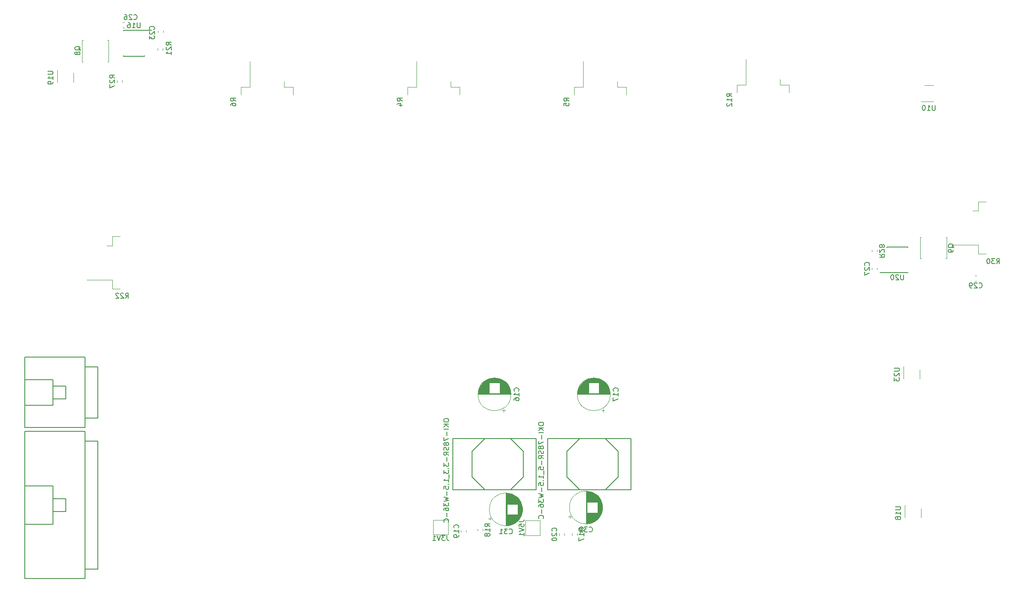
<source format=gbr>
%TF.GenerationSoftware,KiCad,Pcbnew,(5.1.6)-1*%
%TF.CreationDate,2020-11-27T16:41:01-06:00*%
%TF.ProjectId,PackVoltage_2021_Rev1,5061636b-566f-46c7-9461-67655f323032,rev?*%
%TF.SameCoordinates,Original*%
%TF.FileFunction,Legend,Bot*%
%TF.FilePolarity,Positive*%
%FSLAX46Y46*%
G04 Gerber Fmt 4.6, Leading zero omitted, Abs format (unit mm)*
G04 Created by KiCad (PCBNEW (5.1.6)-1) date 2020-11-27 16:41:01*
%MOMM*%
%LPD*%
G01*
G04 APERTURE LIST*
%ADD10C,0.150000*%
%ADD11C,0.120000*%
G04 APERTURE END LIST*
D10*
%TO.C,U13*%
X148336000Y-124968000D02*
X150876000Y-127508000D01*
X150876000Y-127508000D02*
X155956000Y-127508000D01*
X155956000Y-127508000D02*
X158496000Y-124968000D01*
X158496000Y-124968000D02*
X158496000Y-119888000D01*
X158496000Y-119888000D02*
X155956000Y-117348000D01*
X155956000Y-117348000D02*
X150876000Y-117348000D01*
X150876000Y-117348000D02*
X148336000Y-119888000D01*
X148336000Y-119888000D02*
X148336000Y-124968000D01*
X161036000Y-117348000D02*
X161036000Y-127508000D01*
X144526000Y-117348000D02*
X144526000Y-127508000D01*
X144526000Y-127508000D02*
X161036000Y-127508000D01*
X161036000Y-117348000D02*
X144526000Y-117348000D01*
%TO.C,U12*%
X129540000Y-124968000D02*
X132080000Y-127508000D01*
X132080000Y-127508000D02*
X137160000Y-127508000D01*
X137160000Y-127508000D02*
X139700000Y-124968000D01*
X139700000Y-124968000D02*
X139700000Y-119888000D01*
X139700000Y-119888000D02*
X137160000Y-117348000D01*
X137160000Y-117348000D02*
X132080000Y-117348000D01*
X132080000Y-117348000D02*
X129540000Y-119888000D01*
X129540000Y-119888000D02*
X129540000Y-124968000D01*
X142240000Y-117348000D02*
X142240000Y-127508000D01*
X125730000Y-117348000D02*
X125730000Y-127508000D01*
X125730000Y-127508000D02*
X142240000Y-127508000D01*
X142240000Y-117348000D02*
X125730000Y-117348000D01*
%TO.C,Conn6*%
X40894000Y-101219000D02*
X40894000Y-115189000D01*
X46482000Y-105664000D02*
X46482000Y-110744000D01*
X46482000Y-109474000D02*
X49022000Y-109474000D01*
X49022000Y-109474000D02*
X49022000Y-106934000D01*
X40894000Y-110744000D02*
X46482000Y-110744000D01*
X52832000Y-115189000D02*
X40894000Y-115189000D01*
X55372000Y-113284000D02*
X55372000Y-103124000D01*
X40894000Y-105664000D02*
X41402000Y-105664000D01*
X52832000Y-101219000D02*
X40894000Y-101219000D01*
X52832000Y-103124000D02*
X52832000Y-101219000D01*
X45212000Y-105664000D02*
X46482000Y-105664000D01*
X45212000Y-105664000D02*
X41402000Y-105664000D01*
X46482000Y-106934000D02*
X49022000Y-106934000D01*
X52832000Y-103124000D02*
X52832000Y-115189000D01*
X52832000Y-113284000D02*
X55372000Y-113284000D01*
X55372000Y-103124000D02*
X52832000Y-103124000D01*
%TO.C,Conn5*%
X46482000Y-126746000D02*
X40894000Y-126746000D01*
X46482000Y-134366000D02*
X40894000Y-134366000D01*
X55372000Y-130556000D02*
X55372000Y-143256000D01*
X52832000Y-143256000D02*
X52832000Y-123444000D01*
X40894000Y-115951000D02*
X40894000Y-145161000D01*
X52832000Y-115951000D02*
X40894000Y-115951000D01*
X52832000Y-145161000D02*
X40894000Y-145161000D01*
X52832000Y-143256000D02*
X52832000Y-145161000D01*
X52832000Y-117856000D02*
X52832000Y-115951000D01*
X46482000Y-126746000D02*
X46482000Y-134366000D01*
X46482000Y-129286000D02*
X49022000Y-129286000D01*
X49022000Y-129286000D02*
X49022000Y-131826000D01*
X49022000Y-131826000D02*
X46482000Y-131826000D01*
X52832000Y-117856000D02*
X52832000Y-130556000D01*
X52832000Y-143256000D02*
X55372000Y-143256000D01*
X55372000Y-130556000D02*
X55372000Y-117856000D01*
X55372000Y-117856000D02*
X52832000Y-117856000D01*
D11*
%TO.C,C32*%
X155396000Y-131064000D02*
G75*
G03*
X155396000Y-131064000I-3270000J0D01*
G01*
X152126000Y-134294000D02*
X152126000Y-127834000D01*
X152166000Y-134294000D02*
X152166000Y-127834000D01*
X152206000Y-134294000D02*
X152206000Y-127834000D01*
X152246000Y-134292000D02*
X152246000Y-127836000D01*
X152286000Y-134291000D02*
X152286000Y-127837000D01*
X152326000Y-134288000D02*
X152326000Y-127840000D01*
X152366000Y-134286000D02*
X152366000Y-132104000D01*
X152366000Y-130024000D02*
X152366000Y-127842000D01*
X152406000Y-134282000D02*
X152406000Y-132104000D01*
X152406000Y-130024000D02*
X152406000Y-127846000D01*
X152446000Y-134279000D02*
X152446000Y-132104000D01*
X152446000Y-130024000D02*
X152446000Y-127849000D01*
X152486000Y-134275000D02*
X152486000Y-132104000D01*
X152486000Y-130024000D02*
X152486000Y-127853000D01*
X152526000Y-134270000D02*
X152526000Y-132104000D01*
X152526000Y-130024000D02*
X152526000Y-127858000D01*
X152566000Y-134265000D02*
X152566000Y-132104000D01*
X152566000Y-130024000D02*
X152566000Y-127863000D01*
X152606000Y-134259000D02*
X152606000Y-132104000D01*
X152606000Y-130024000D02*
X152606000Y-127869000D01*
X152646000Y-134253000D02*
X152646000Y-132104000D01*
X152646000Y-130024000D02*
X152646000Y-127875000D01*
X152686000Y-134246000D02*
X152686000Y-132104000D01*
X152686000Y-130024000D02*
X152686000Y-127882000D01*
X152726000Y-134239000D02*
X152726000Y-132104000D01*
X152726000Y-130024000D02*
X152726000Y-127889000D01*
X152766000Y-134231000D02*
X152766000Y-132104000D01*
X152766000Y-130024000D02*
X152766000Y-127897000D01*
X152806000Y-134223000D02*
X152806000Y-132104000D01*
X152806000Y-130024000D02*
X152806000Y-127905000D01*
X152847000Y-134214000D02*
X152847000Y-132104000D01*
X152847000Y-130024000D02*
X152847000Y-127914000D01*
X152887000Y-134205000D02*
X152887000Y-132104000D01*
X152887000Y-130024000D02*
X152887000Y-127923000D01*
X152927000Y-134195000D02*
X152927000Y-132104000D01*
X152927000Y-130024000D02*
X152927000Y-127933000D01*
X152967000Y-134185000D02*
X152967000Y-132104000D01*
X152967000Y-130024000D02*
X152967000Y-127943000D01*
X153007000Y-134174000D02*
X153007000Y-132104000D01*
X153007000Y-130024000D02*
X153007000Y-127954000D01*
X153047000Y-134162000D02*
X153047000Y-132104000D01*
X153047000Y-130024000D02*
X153047000Y-127966000D01*
X153087000Y-134150000D02*
X153087000Y-132104000D01*
X153087000Y-130024000D02*
X153087000Y-127978000D01*
X153127000Y-134138000D02*
X153127000Y-132104000D01*
X153127000Y-130024000D02*
X153127000Y-127990000D01*
X153167000Y-134125000D02*
X153167000Y-132104000D01*
X153167000Y-130024000D02*
X153167000Y-128003000D01*
X153207000Y-134111000D02*
X153207000Y-132104000D01*
X153207000Y-130024000D02*
X153207000Y-128017000D01*
X153247000Y-134097000D02*
X153247000Y-132104000D01*
X153247000Y-130024000D02*
X153247000Y-128031000D01*
X153287000Y-134082000D02*
X153287000Y-132104000D01*
X153287000Y-130024000D02*
X153287000Y-128046000D01*
X153327000Y-134066000D02*
X153327000Y-132104000D01*
X153327000Y-130024000D02*
X153327000Y-128062000D01*
X153367000Y-134050000D02*
X153367000Y-132104000D01*
X153367000Y-130024000D02*
X153367000Y-128078000D01*
X153407000Y-134034000D02*
X153407000Y-132104000D01*
X153407000Y-130024000D02*
X153407000Y-128094000D01*
X153447000Y-134016000D02*
X153447000Y-132104000D01*
X153447000Y-130024000D02*
X153447000Y-128112000D01*
X153487000Y-133998000D02*
X153487000Y-132104000D01*
X153487000Y-130024000D02*
X153487000Y-128130000D01*
X153527000Y-133980000D02*
X153527000Y-132104000D01*
X153527000Y-130024000D02*
X153527000Y-128148000D01*
X153567000Y-133960000D02*
X153567000Y-132104000D01*
X153567000Y-130024000D02*
X153567000Y-128168000D01*
X153607000Y-133940000D02*
X153607000Y-132104000D01*
X153607000Y-130024000D02*
X153607000Y-128188000D01*
X153647000Y-133920000D02*
X153647000Y-132104000D01*
X153647000Y-130024000D02*
X153647000Y-128208000D01*
X153687000Y-133898000D02*
X153687000Y-132104000D01*
X153687000Y-130024000D02*
X153687000Y-128230000D01*
X153727000Y-133876000D02*
X153727000Y-132104000D01*
X153727000Y-130024000D02*
X153727000Y-128252000D01*
X153767000Y-133854000D02*
X153767000Y-132104000D01*
X153767000Y-130024000D02*
X153767000Y-128274000D01*
X153807000Y-133830000D02*
X153807000Y-132104000D01*
X153807000Y-130024000D02*
X153807000Y-128298000D01*
X153847000Y-133806000D02*
X153847000Y-132104000D01*
X153847000Y-130024000D02*
X153847000Y-128322000D01*
X153887000Y-133780000D02*
X153887000Y-132104000D01*
X153887000Y-130024000D02*
X153887000Y-128348000D01*
X153927000Y-133754000D02*
X153927000Y-132104000D01*
X153927000Y-130024000D02*
X153927000Y-128374000D01*
X153967000Y-133728000D02*
X153967000Y-132104000D01*
X153967000Y-130024000D02*
X153967000Y-128400000D01*
X154007000Y-133700000D02*
X154007000Y-132104000D01*
X154007000Y-130024000D02*
X154007000Y-128428000D01*
X154047000Y-133671000D02*
X154047000Y-132104000D01*
X154047000Y-130024000D02*
X154047000Y-128457000D01*
X154087000Y-133642000D02*
X154087000Y-132104000D01*
X154087000Y-130024000D02*
X154087000Y-128486000D01*
X154127000Y-133612000D02*
X154127000Y-132104000D01*
X154127000Y-130024000D02*
X154127000Y-128516000D01*
X154167000Y-133580000D02*
X154167000Y-132104000D01*
X154167000Y-130024000D02*
X154167000Y-128548000D01*
X154207000Y-133548000D02*
X154207000Y-132104000D01*
X154207000Y-130024000D02*
X154207000Y-128580000D01*
X154247000Y-133514000D02*
X154247000Y-132104000D01*
X154247000Y-130024000D02*
X154247000Y-128614000D01*
X154287000Y-133480000D02*
X154287000Y-132104000D01*
X154287000Y-130024000D02*
X154287000Y-128648000D01*
X154327000Y-133444000D02*
X154327000Y-132104000D01*
X154327000Y-130024000D02*
X154327000Y-128684000D01*
X154367000Y-133407000D02*
X154367000Y-132104000D01*
X154367000Y-130024000D02*
X154367000Y-128721000D01*
X154407000Y-133369000D02*
X154407000Y-132104000D01*
X154407000Y-130024000D02*
X154407000Y-128759000D01*
X154447000Y-133329000D02*
X154447000Y-128799000D01*
X154487000Y-133288000D02*
X154487000Y-128840000D01*
X154527000Y-133246000D02*
X154527000Y-128882000D01*
X154567000Y-133201000D02*
X154567000Y-128927000D01*
X154607000Y-133156000D02*
X154607000Y-128972000D01*
X154647000Y-133108000D02*
X154647000Y-129020000D01*
X154687000Y-133059000D02*
X154687000Y-129069000D01*
X154727000Y-133008000D02*
X154727000Y-129120000D01*
X154767000Y-132954000D02*
X154767000Y-129174000D01*
X154807000Y-132898000D02*
X154807000Y-129230000D01*
X154847000Y-132840000D02*
X154847000Y-129288000D01*
X154887000Y-132778000D02*
X154887000Y-129350000D01*
X154927000Y-132714000D02*
X154927000Y-129414000D01*
X154967000Y-132645000D02*
X154967000Y-129483000D01*
X155007000Y-132573000D02*
X155007000Y-129555000D01*
X155047000Y-132496000D02*
X155047000Y-129632000D01*
X155087000Y-132414000D02*
X155087000Y-129714000D01*
X155127000Y-132326000D02*
X155127000Y-129802000D01*
X155167000Y-132229000D02*
X155167000Y-129899000D01*
X155207000Y-132123000D02*
X155207000Y-130005000D01*
X155247000Y-132004000D02*
X155247000Y-130124000D01*
X155287000Y-131866000D02*
X155287000Y-130262000D01*
X155327000Y-131697000D02*
X155327000Y-130431000D01*
X155367000Y-131466000D02*
X155367000Y-130662000D01*
X148625759Y-132903000D02*
X149255759Y-132903000D01*
X148940759Y-133218000D02*
X148940759Y-132588000D01*
%TO.C,C31*%
X139521000Y-131445000D02*
G75*
G03*
X139521000Y-131445000I-3270000J0D01*
G01*
X136251000Y-134675000D02*
X136251000Y-128215000D01*
X136291000Y-134675000D02*
X136291000Y-128215000D01*
X136331000Y-134675000D02*
X136331000Y-128215000D01*
X136371000Y-134673000D02*
X136371000Y-128217000D01*
X136411000Y-134672000D02*
X136411000Y-128218000D01*
X136451000Y-134669000D02*
X136451000Y-128221000D01*
X136491000Y-134667000D02*
X136491000Y-132485000D01*
X136491000Y-130405000D02*
X136491000Y-128223000D01*
X136531000Y-134663000D02*
X136531000Y-132485000D01*
X136531000Y-130405000D02*
X136531000Y-128227000D01*
X136571000Y-134660000D02*
X136571000Y-132485000D01*
X136571000Y-130405000D02*
X136571000Y-128230000D01*
X136611000Y-134656000D02*
X136611000Y-132485000D01*
X136611000Y-130405000D02*
X136611000Y-128234000D01*
X136651000Y-134651000D02*
X136651000Y-132485000D01*
X136651000Y-130405000D02*
X136651000Y-128239000D01*
X136691000Y-134646000D02*
X136691000Y-132485000D01*
X136691000Y-130405000D02*
X136691000Y-128244000D01*
X136731000Y-134640000D02*
X136731000Y-132485000D01*
X136731000Y-130405000D02*
X136731000Y-128250000D01*
X136771000Y-134634000D02*
X136771000Y-132485000D01*
X136771000Y-130405000D02*
X136771000Y-128256000D01*
X136811000Y-134627000D02*
X136811000Y-132485000D01*
X136811000Y-130405000D02*
X136811000Y-128263000D01*
X136851000Y-134620000D02*
X136851000Y-132485000D01*
X136851000Y-130405000D02*
X136851000Y-128270000D01*
X136891000Y-134612000D02*
X136891000Y-132485000D01*
X136891000Y-130405000D02*
X136891000Y-128278000D01*
X136931000Y-134604000D02*
X136931000Y-132485000D01*
X136931000Y-130405000D02*
X136931000Y-128286000D01*
X136972000Y-134595000D02*
X136972000Y-132485000D01*
X136972000Y-130405000D02*
X136972000Y-128295000D01*
X137012000Y-134586000D02*
X137012000Y-132485000D01*
X137012000Y-130405000D02*
X137012000Y-128304000D01*
X137052000Y-134576000D02*
X137052000Y-132485000D01*
X137052000Y-130405000D02*
X137052000Y-128314000D01*
X137092000Y-134566000D02*
X137092000Y-132485000D01*
X137092000Y-130405000D02*
X137092000Y-128324000D01*
X137132000Y-134555000D02*
X137132000Y-132485000D01*
X137132000Y-130405000D02*
X137132000Y-128335000D01*
X137172000Y-134543000D02*
X137172000Y-132485000D01*
X137172000Y-130405000D02*
X137172000Y-128347000D01*
X137212000Y-134531000D02*
X137212000Y-132485000D01*
X137212000Y-130405000D02*
X137212000Y-128359000D01*
X137252000Y-134519000D02*
X137252000Y-132485000D01*
X137252000Y-130405000D02*
X137252000Y-128371000D01*
X137292000Y-134506000D02*
X137292000Y-132485000D01*
X137292000Y-130405000D02*
X137292000Y-128384000D01*
X137332000Y-134492000D02*
X137332000Y-132485000D01*
X137332000Y-130405000D02*
X137332000Y-128398000D01*
X137372000Y-134478000D02*
X137372000Y-132485000D01*
X137372000Y-130405000D02*
X137372000Y-128412000D01*
X137412000Y-134463000D02*
X137412000Y-132485000D01*
X137412000Y-130405000D02*
X137412000Y-128427000D01*
X137452000Y-134447000D02*
X137452000Y-132485000D01*
X137452000Y-130405000D02*
X137452000Y-128443000D01*
X137492000Y-134431000D02*
X137492000Y-132485000D01*
X137492000Y-130405000D02*
X137492000Y-128459000D01*
X137532000Y-134415000D02*
X137532000Y-132485000D01*
X137532000Y-130405000D02*
X137532000Y-128475000D01*
X137572000Y-134397000D02*
X137572000Y-132485000D01*
X137572000Y-130405000D02*
X137572000Y-128493000D01*
X137612000Y-134379000D02*
X137612000Y-132485000D01*
X137612000Y-130405000D02*
X137612000Y-128511000D01*
X137652000Y-134361000D02*
X137652000Y-132485000D01*
X137652000Y-130405000D02*
X137652000Y-128529000D01*
X137692000Y-134341000D02*
X137692000Y-132485000D01*
X137692000Y-130405000D02*
X137692000Y-128549000D01*
X137732000Y-134321000D02*
X137732000Y-132485000D01*
X137732000Y-130405000D02*
X137732000Y-128569000D01*
X137772000Y-134301000D02*
X137772000Y-132485000D01*
X137772000Y-130405000D02*
X137772000Y-128589000D01*
X137812000Y-134279000D02*
X137812000Y-132485000D01*
X137812000Y-130405000D02*
X137812000Y-128611000D01*
X137852000Y-134257000D02*
X137852000Y-132485000D01*
X137852000Y-130405000D02*
X137852000Y-128633000D01*
X137892000Y-134235000D02*
X137892000Y-132485000D01*
X137892000Y-130405000D02*
X137892000Y-128655000D01*
X137932000Y-134211000D02*
X137932000Y-132485000D01*
X137932000Y-130405000D02*
X137932000Y-128679000D01*
X137972000Y-134187000D02*
X137972000Y-132485000D01*
X137972000Y-130405000D02*
X137972000Y-128703000D01*
X138012000Y-134161000D02*
X138012000Y-132485000D01*
X138012000Y-130405000D02*
X138012000Y-128729000D01*
X138052000Y-134135000D02*
X138052000Y-132485000D01*
X138052000Y-130405000D02*
X138052000Y-128755000D01*
X138092000Y-134109000D02*
X138092000Y-132485000D01*
X138092000Y-130405000D02*
X138092000Y-128781000D01*
X138132000Y-134081000D02*
X138132000Y-132485000D01*
X138132000Y-130405000D02*
X138132000Y-128809000D01*
X138172000Y-134052000D02*
X138172000Y-132485000D01*
X138172000Y-130405000D02*
X138172000Y-128838000D01*
X138212000Y-134023000D02*
X138212000Y-132485000D01*
X138212000Y-130405000D02*
X138212000Y-128867000D01*
X138252000Y-133993000D02*
X138252000Y-132485000D01*
X138252000Y-130405000D02*
X138252000Y-128897000D01*
X138292000Y-133961000D02*
X138292000Y-132485000D01*
X138292000Y-130405000D02*
X138292000Y-128929000D01*
X138332000Y-133929000D02*
X138332000Y-132485000D01*
X138332000Y-130405000D02*
X138332000Y-128961000D01*
X138372000Y-133895000D02*
X138372000Y-132485000D01*
X138372000Y-130405000D02*
X138372000Y-128995000D01*
X138412000Y-133861000D02*
X138412000Y-132485000D01*
X138412000Y-130405000D02*
X138412000Y-129029000D01*
X138452000Y-133825000D02*
X138452000Y-132485000D01*
X138452000Y-130405000D02*
X138452000Y-129065000D01*
X138492000Y-133788000D02*
X138492000Y-132485000D01*
X138492000Y-130405000D02*
X138492000Y-129102000D01*
X138532000Y-133750000D02*
X138532000Y-132485000D01*
X138532000Y-130405000D02*
X138532000Y-129140000D01*
X138572000Y-133710000D02*
X138572000Y-129180000D01*
X138612000Y-133669000D02*
X138612000Y-129221000D01*
X138652000Y-133627000D02*
X138652000Y-129263000D01*
X138692000Y-133582000D02*
X138692000Y-129308000D01*
X138732000Y-133537000D02*
X138732000Y-129353000D01*
X138772000Y-133489000D02*
X138772000Y-129401000D01*
X138812000Y-133440000D02*
X138812000Y-129450000D01*
X138852000Y-133389000D02*
X138852000Y-129501000D01*
X138892000Y-133335000D02*
X138892000Y-129555000D01*
X138932000Y-133279000D02*
X138932000Y-129611000D01*
X138972000Y-133221000D02*
X138972000Y-129669000D01*
X139012000Y-133159000D02*
X139012000Y-129731000D01*
X139052000Y-133095000D02*
X139052000Y-129795000D01*
X139092000Y-133026000D02*
X139092000Y-129864000D01*
X139132000Y-132954000D02*
X139132000Y-129936000D01*
X139172000Y-132877000D02*
X139172000Y-130013000D01*
X139212000Y-132795000D02*
X139212000Y-130095000D01*
X139252000Y-132707000D02*
X139252000Y-130183000D01*
X139292000Y-132610000D02*
X139292000Y-130280000D01*
X139332000Y-132504000D02*
X139332000Y-130386000D01*
X139372000Y-132385000D02*
X139372000Y-130505000D01*
X139412000Y-132247000D02*
X139412000Y-130643000D01*
X139452000Y-132078000D02*
X139452000Y-130812000D01*
X139492000Y-131847000D02*
X139492000Y-131043000D01*
X132750759Y-133284000D02*
X133380759Y-133284000D01*
X133065759Y-133599000D02*
X133065759Y-132969000D01*
%TO.C,C20*%
X146810000Y-136226733D02*
X146810000Y-136569267D01*
X147830000Y-136226733D02*
X147830000Y-136569267D01*
%TO.C,C19*%
X127379000Y-135591733D02*
X127379000Y-135934267D01*
X128399000Y-135591733D02*
X128399000Y-135934267D01*
%TO.C,C17*%
X156940000Y-108605000D02*
G75*
G03*
X156940000Y-108605000I-3270000J0D01*
G01*
X156900000Y-108605000D02*
X150440000Y-108605000D01*
X156900000Y-108565000D02*
X150440000Y-108565000D01*
X156900000Y-108525000D02*
X150440000Y-108525000D01*
X156898000Y-108485000D02*
X150442000Y-108485000D01*
X156897000Y-108445000D02*
X150443000Y-108445000D01*
X156894000Y-108405000D02*
X150446000Y-108405000D01*
X156892000Y-108365000D02*
X154710000Y-108365000D01*
X152630000Y-108365000D02*
X150448000Y-108365000D01*
X156888000Y-108325000D02*
X154710000Y-108325000D01*
X152630000Y-108325000D02*
X150452000Y-108325000D01*
X156885000Y-108285000D02*
X154710000Y-108285000D01*
X152630000Y-108285000D02*
X150455000Y-108285000D01*
X156881000Y-108245000D02*
X154710000Y-108245000D01*
X152630000Y-108245000D02*
X150459000Y-108245000D01*
X156876000Y-108205000D02*
X154710000Y-108205000D01*
X152630000Y-108205000D02*
X150464000Y-108205000D01*
X156871000Y-108165000D02*
X154710000Y-108165000D01*
X152630000Y-108165000D02*
X150469000Y-108165000D01*
X156865000Y-108125000D02*
X154710000Y-108125000D01*
X152630000Y-108125000D02*
X150475000Y-108125000D01*
X156859000Y-108085000D02*
X154710000Y-108085000D01*
X152630000Y-108085000D02*
X150481000Y-108085000D01*
X156852000Y-108045000D02*
X154710000Y-108045000D01*
X152630000Y-108045000D02*
X150488000Y-108045000D01*
X156845000Y-108005000D02*
X154710000Y-108005000D01*
X152630000Y-108005000D02*
X150495000Y-108005000D01*
X156837000Y-107965000D02*
X154710000Y-107965000D01*
X152630000Y-107965000D02*
X150503000Y-107965000D01*
X156829000Y-107925000D02*
X154710000Y-107925000D01*
X152630000Y-107925000D02*
X150511000Y-107925000D01*
X156820000Y-107884000D02*
X154710000Y-107884000D01*
X152630000Y-107884000D02*
X150520000Y-107884000D01*
X156811000Y-107844000D02*
X154710000Y-107844000D01*
X152630000Y-107844000D02*
X150529000Y-107844000D01*
X156801000Y-107804000D02*
X154710000Y-107804000D01*
X152630000Y-107804000D02*
X150539000Y-107804000D01*
X156791000Y-107764000D02*
X154710000Y-107764000D01*
X152630000Y-107764000D02*
X150549000Y-107764000D01*
X156780000Y-107724000D02*
X154710000Y-107724000D01*
X152630000Y-107724000D02*
X150560000Y-107724000D01*
X156768000Y-107684000D02*
X154710000Y-107684000D01*
X152630000Y-107684000D02*
X150572000Y-107684000D01*
X156756000Y-107644000D02*
X154710000Y-107644000D01*
X152630000Y-107644000D02*
X150584000Y-107644000D01*
X156744000Y-107604000D02*
X154710000Y-107604000D01*
X152630000Y-107604000D02*
X150596000Y-107604000D01*
X156731000Y-107564000D02*
X154710000Y-107564000D01*
X152630000Y-107564000D02*
X150609000Y-107564000D01*
X156717000Y-107524000D02*
X154710000Y-107524000D01*
X152630000Y-107524000D02*
X150623000Y-107524000D01*
X156703000Y-107484000D02*
X154710000Y-107484000D01*
X152630000Y-107484000D02*
X150637000Y-107484000D01*
X156688000Y-107444000D02*
X154710000Y-107444000D01*
X152630000Y-107444000D02*
X150652000Y-107444000D01*
X156672000Y-107404000D02*
X154710000Y-107404000D01*
X152630000Y-107404000D02*
X150668000Y-107404000D01*
X156656000Y-107364000D02*
X154710000Y-107364000D01*
X152630000Y-107364000D02*
X150684000Y-107364000D01*
X156640000Y-107324000D02*
X154710000Y-107324000D01*
X152630000Y-107324000D02*
X150700000Y-107324000D01*
X156622000Y-107284000D02*
X154710000Y-107284000D01*
X152630000Y-107284000D02*
X150718000Y-107284000D01*
X156604000Y-107244000D02*
X154710000Y-107244000D01*
X152630000Y-107244000D02*
X150736000Y-107244000D01*
X156586000Y-107204000D02*
X154710000Y-107204000D01*
X152630000Y-107204000D02*
X150754000Y-107204000D01*
X156566000Y-107164000D02*
X154710000Y-107164000D01*
X152630000Y-107164000D02*
X150774000Y-107164000D01*
X156546000Y-107124000D02*
X154710000Y-107124000D01*
X152630000Y-107124000D02*
X150794000Y-107124000D01*
X156526000Y-107084000D02*
X154710000Y-107084000D01*
X152630000Y-107084000D02*
X150814000Y-107084000D01*
X156504000Y-107044000D02*
X154710000Y-107044000D01*
X152630000Y-107044000D02*
X150836000Y-107044000D01*
X156482000Y-107004000D02*
X154710000Y-107004000D01*
X152630000Y-107004000D02*
X150858000Y-107004000D01*
X156460000Y-106964000D02*
X154710000Y-106964000D01*
X152630000Y-106964000D02*
X150880000Y-106964000D01*
X156436000Y-106924000D02*
X154710000Y-106924000D01*
X152630000Y-106924000D02*
X150904000Y-106924000D01*
X156412000Y-106884000D02*
X154710000Y-106884000D01*
X152630000Y-106884000D02*
X150928000Y-106884000D01*
X156386000Y-106844000D02*
X154710000Y-106844000D01*
X152630000Y-106844000D02*
X150954000Y-106844000D01*
X156360000Y-106804000D02*
X154710000Y-106804000D01*
X152630000Y-106804000D02*
X150980000Y-106804000D01*
X156334000Y-106764000D02*
X154710000Y-106764000D01*
X152630000Y-106764000D02*
X151006000Y-106764000D01*
X156306000Y-106724000D02*
X154710000Y-106724000D01*
X152630000Y-106724000D02*
X151034000Y-106724000D01*
X156277000Y-106684000D02*
X154710000Y-106684000D01*
X152630000Y-106684000D02*
X151063000Y-106684000D01*
X156248000Y-106644000D02*
X154710000Y-106644000D01*
X152630000Y-106644000D02*
X151092000Y-106644000D01*
X156218000Y-106604000D02*
X154710000Y-106604000D01*
X152630000Y-106604000D02*
X151122000Y-106604000D01*
X156186000Y-106564000D02*
X154710000Y-106564000D01*
X152630000Y-106564000D02*
X151154000Y-106564000D01*
X156154000Y-106524000D02*
X154710000Y-106524000D01*
X152630000Y-106524000D02*
X151186000Y-106524000D01*
X156120000Y-106484000D02*
X154710000Y-106484000D01*
X152630000Y-106484000D02*
X151220000Y-106484000D01*
X156086000Y-106444000D02*
X154710000Y-106444000D01*
X152630000Y-106444000D02*
X151254000Y-106444000D01*
X156050000Y-106404000D02*
X154710000Y-106404000D01*
X152630000Y-106404000D02*
X151290000Y-106404000D01*
X156013000Y-106364000D02*
X154710000Y-106364000D01*
X152630000Y-106364000D02*
X151327000Y-106364000D01*
X155975000Y-106324000D02*
X154710000Y-106324000D01*
X152630000Y-106324000D02*
X151365000Y-106324000D01*
X155935000Y-106284000D02*
X151405000Y-106284000D01*
X155894000Y-106244000D02*
X151446000Y-106244000D01*
X155852000Y-106204000D02*
X151488000Y-106204000D01*
X155807000Y-106164000D02*
X151533000Y-106164000D01*
X155762000Y-106124000D02*
X151578000Y-106124000D01*
X155714000Y-106084000D02*
X151626000Y-106084000D01*
X155665000Y-106044000D02*
X151675000Y-106044000D01*
X155614000Y-106004000D02*
X151726000Y-106004000D01*
X155560000Y-105964000D02*
X151780000Y-105964000D01*
X155504000Y-105924000D02*
X151836000Y-105924000D01*
X155446000Y-105884000D02*
X151894000Y-105884000D01*
X155384000Y-105844000D02*
X151956000Y-105844000D01*
X155320000Y-105804000D02*
X152020000Y-105804000D01*
X155251000Y-105764000D02*
X152089000Y-105764000D01*
X155179000Y-105724000D02*
X152161000Y-105724000D01*
X155102000Y-105684000D02*
X152238000Y-105684000D01*
X155020000Y-105644000D02*
X152320000Y-105644000D01*
X154932000Y-105604000D02*
X152408000Y-105604000D01*
X154835000Y-105564000D02*
X152505000Y-105564000D01*
X154729000Y-105524000D02*
X152611000Y-105524000D01*
X154610000Y-105484000D02*
X152730000Y-105484000D01*
X154472000Y-105444000D02*
X152868000Y-105444000D01*
X154303000Y-105404000D02*
X153037000Y-105404000D01*
X154072000Y-105364000D02*
X153268000Y-105364000D01*
X155509000Y-112105241D02*
X155509000Y-111475241D01*
X155824000Y-111790241D02*
X155194000Y-111790241D01*
%TO.C,C16*%
X137255000Y-108605000D02*
G75*
G03*
X137255000Y-108605000I-3270000J0D01*
G01*
X137215000Y-108605000D02*
X130755000Y-108605000D01*
X137215000Y-108565000D02*
X130755000Y-108565000D01*
X137215000Y-108525000D02*
X130755000Y-108525000D01*
X137213000Y-108485000D02*
X130757000Y-108485000D01*
X137212000Y-108445000D02*
X130758000Y-108445000D01*
X137209000Y-108405000D02*
X130761000Y-108405000D01*
X137207000Y-108365000D02*
X135025000Y-108365000D01*
X132945000Y-108365000D02*
X130763000Y-108365000D01*
X137203000Y-108325000D02*
X135025000Y-108325000D01*
X132945000Y-108325000D02*
X130767000Y-108325000D01*
X137200000Y-108285000D02*
X135025000Y-108285000D01*
X132945000Y-108285000D02*
X130770000Y-108285000D01*
X137196000Y-108245000D02*
X135025000Y-108245000D01*
X132945000Y-108245000D02*
X130774000Y-108245000D01*
X137191000Y-108205000D02*
X135025000Y-108205000D01*
X132945000Y-108205000D02*
X130779000Y-108205000D01*
X137186000Y-108165000D02*
X135025000Y-108165000D01*
X132945000Y-108165000D02*
X130784000Y-108165000D01*
X137180000Y-108125000D02*
X135025000Y-108125000D01*
X132945000Y-108125000D02*
X130790000Y-108125000D01*
X137174000Y-108085000D02*
X135025000Y-108085000D01*
X132945000Y-108085000D02*
X130796000Y-108085000D01*
X137167000Y-108045000D02*
X135025000Y-108045000D01*
X132945000Y-108045000D02*
X130803000Y-108045000D01*
X137160000Y-108005000D02*
X135025000Y-108005000D01*
X132945000Y-108005000D02*
X130810000Y-108005000D01*
X137152000Y-107965000D02*
X135025000Y-107965000D01*
X132945000Y-107965000D02*
X130818000Y-107965000D01*
X137144000Y-107925000D02*
X135025000Y-107925000D01*
X132945000Y-107925000D02*
X130826000Y-107925000D01*
X137135000Y-107884000D02*
X135025000Y-107884000D01*
X132945000Y-107884000D02*
X130835000Y-107884000D01*
X137126000Y-107844000D02*
X135025000Y-107844000D01*
X132945000Y-107844000D02*
X130844000Y-107844000D01*
X137116000Y-107804000D02*
X135025000Y-107804000D01*
X132945000Y-107804000D02*
X130854000Y-107804000D01*
X137106000Y-107764000D02*
X135025000Y-107764000D01*
X132945000Y-107764000D02*
X130864000Y-107764000D01*
X137095000Y-107724000D02*
X135025000Y-107724000D01*
X132945000Y-107724000D02*
X130875000Y-107724000D01*
X137083000Y-107684000D02*
X135025000Y-107684000D01*
X132945000Y-107684000D02*
X130887000Y-107684000D01*
X137071000Y-107644000D02*
X135025000Y-107644000D01*
X132945000Y-107644000D02*
X130899000Y-107644000D01*
X137059000Y-107604000D02*
X135025000Y-107604000D01*
X132945000Y-107604000D02*
X130911000Y-107604000D01*
X137046000Y-107564000D02*
X135025000Y-107564000D01*
X132945000Y-107564000D02*
X130924000Y-107564000D01*
X137032000Y-107524000D02*
X135025000Y-107524000D01*
X132945000Y-107524000D02*
X130938000Y-107524000D01*
X137018000Y-107484000D02*
X135025000Y-107484000D01*
X132945000Y-107484000D02*
X130952000Y-107484000D01*
X137003000Y-107444000D02*
X135025000Y-107444000D01*
X132945000Y-107444000D02*
X130967000Y-107444000D01*
X136987000Y-107404000D02*
X135025000Y-107404000D01*
X132945000Y-107404000D02*
X130983000Y-107404000D01*
X136971000Y-107364000D02*
X135025000Y-107364000D01*
X132945000Y-107364000D02*
X130999000Y-107364000D01*
X136955000Y-107324000D02*
X135025000Y-107324000D01*
X132945000Y-107324000D02*
X131015000Y-107324000D01*
X136937000Y-107284000D02*
X135025000Y-107284000D01*
X132945000Y-107284000D02*
X131033000Y-107284000D01*
X136919000Y-107244000D02*
X135025000Y-107244000D01*
X132945000Y-107244000D02*
X131051000Y-107244000D01*
X136901000Y-107204000D02*
X135025000Y-107204000D01*
X132945000Y-107204000D02*
X131069000Y-107204000D01*
X136881000Y-107164000D02*
X135025000Y-107164000D01*
X132945000Y-107164000D02*
X131089000Y-107164000D01*
X136861000Y-107124000D02*
X135025000Y-107124000D01*
X132945000Y-107124000D02*
X131109000Y-107124000D01*
X136841000Y-107084000D02*
X135025000Y-107084000D01*
X132945000Y-107084000D02*
X131129000Y-107084000D01*
X136819000Y-107044000D02*
X135025000Y-107044000D01*
X132945000Y-107044000D02*
X131151000Y-107044000D01*
X136797000Y-107004000D02*
X135025000Y-107004000D01*
X132945000Y-107004000D02*
X131173000Y-107004000D01*
X136775000Y-106964000D02*
X135025000Y-106964000D01*
X132945000Y-106964000D02*
X131195000Y-106964000D01*
X136751000Y-106924000D02*
X135025000Y-106924000D01*
X132945000Y-106924000D02*
X131219000Y-106924000D01*
X136727000Y-106884000D02*
X135025000Y-106884000D01*
X132945000Y-106884000D02*
X131243000Y-106884000D01*
X136701000Y-106844000D02*
X135025000Y-106844000D01*
X132945000Y-106844000D02*
X131269000Y-106844000D01*
X136675000Y-106804000D02*
X135025000Y-106804000D01*
X132945000Y-106804000D02*
X131295000Y-106804000D01*
X136649000Y-106764000D02*
X135025000Y-106764000D01*
X132945000Y-106764000D02*
X131321000Y-106764000D01*
X136621000Y-106724000D02*
X135025000Y-106724000D01*
X132945000Y-106724000D02*
X131349000Y-106724000D01*
X136592000Y-106684000D02*
X135025000Y-106684000D01*
X132945000Y-106684000D02*
X131378000Y-106684000D01*
X136563000Y-106644000D02*
X135025000Y-106644000D01*
X132945000Y-106644000D02*
X131407000Y-106644000D01*
X136533000Y-106604000D02*
X135025000Y-106604000D01*
X132945000Y-106604000D02*
X131437000Y-106604000D01*
X136501000Y-106564000D02*
X135025000Y-106564000D01*
X132945000Y-106564000D02*
X131469000Y-106564000D01*
X136469000Y-106524000D02*
X135025000Y-106524000D01*
X132945000Y-106524000D02*
X131501000Y-106524000D01*
X136435000Y-106484000D02*
X135025000Y-106484000D01*
X132945000Y-106484000D02*
X131535000Y-106484000D01*
X136401000Y-106444000D02*
X135025000Y-106444000D01*
X132945000Y-106444000D02*
X131569000Y-106444000D01*
X136365000Y-106404000D02*
X135025000Y-106404000D01*
X132945000Y-106404000D02*
X131605000Y-106404000D01*
X136328000Y-106364000D02*
X135025000Y-106364000D01*
X132945000Y-106364000D02*
X131642000Y-106364000D01*
X136290000Y-106324000D02*
X135025000Y-106324000D01*
X132945000Y-106324000D02*
X131680000Y-106324000D01*
X136250000Y-106284000D02*
X131720000Y-106284000D01*
X136209000Y-106244000D02*
X131761000Y-106244000D01*
X136167000Y-106204000D02*
X131803000Y-106204000D01*
X136122000Y-106164000D02*
X131848000Y-106164000D01*
X136077000Y-106124000D02*
X131893000Y-106124000D01*
X136029000Y-106084000D02*
X131941000Y-106084000D01*
X135980000Y-106044000D02*
X131990000Y-106044000D01*
X135929000Y-106004000D02*
X132041000Y-106004000D01*
X135875000Y-105964000D02*
X132095000Y-105964000D01*
X135819000Y-105924000D02*
X132151000Y-105924000D01*
X135761000Y-105884000D02*
X132209000Y-105884000D01*
X135699000Y-105844000D02*
X132271000Y-105844000D01*
X135635000Y-105804000D02*
X132335000Y-105804000D01*
X135566000Y-105764000D02*
X132404000Y-105764000D01*
X135494000Y-105724000D02*
X132476000Y-105724000D01*
X135417000Y-105684000D02*
X132553000Y-105684000D01*
X135335000Y-105644000D02*
X132635000Y-105644000D01*
X135247000Y-105604000D02*
X132723000Y-105604000D01*
X135150000Y-105564000D02*
X132820000Y-105564000D01*
X135044000Y-105524000D02*
X132926000Y-105524000D01*
X134925000Y-105484000D02*
X133045000Y-105484000D01*
X134787000Y-105444000D02*
X133183000Y-105444000D01*
X134618000Y-105404000D02*
X133352000Y-105404000D01*
X134387000Y-105364000D02*
X133583000Y-105364000D01*
X135824000Y-112105241D02*
X135824000Y-111475241D01*
X136139000Y-111790241D02*
X135509000Y-111790241D01*
%TO.C,U23*%
X215052000Y-105548000D02*
X215052000Y-103098000D01*
X218272000Y-103748000D02*
X218272000Y-105548000D01*
%TO.C,U19*%
X50530400Y-44870800D02*
X50530400Y-46670800D01*
X47310400Y-46670800D02*
X47310400Y-44220800D01*
%TO.C,U18*%
X215306000Y-133060000D02*
X215306000Y-130610000D01*
X218526000Y-131260000D02*
X218526000Y-133060000D01*
%TO.C,R22*%
X59779200Y-87680200D02*
X58279200Y-87680200D01*
X58279200Y-87680200D02*
X58279200Y-85870200D01*
X58279200Y-85870200D02*
X53154200Y-85870200D01*
X59779200Y-77280200D02*
X58279200Y-77280200D01*
X58279200Y-77280200D02*
X58279200Y-79090200D01*
X58279200Y-79090200D02*
X57179200Y-79090200D01*
%TO.C,Q8*%
X52264000Y-38347200D02*
X52464000Y-38347200D01*
X52264000Y-42647200D02*
X52264000Y-38347200D01*
X52414000Y-42647200D02*
X52264000Y-42647200D01*
X57464000Y-42647200D02*
X57314000Y-42647200D01*
X57464000Y-38347200D02*
X57464000Y-42647200D01*
X57264000Y-38347200D02*
X57464000Y-38347200D01*
%TO.C,R12*%
X181998000Y-48715000D02*
X181998000Y-47215000D01*
X181998000Y-47215000D02*
X183808000Y-47215000D01*
X183808000Y-47215000D02*
X183808000Y-42090000D01*
X192398000Y-48715000D02*
X192398000Y-47215000D01*
X192398000Y-47215000D02*
X190588000Y-47215000D01*
X190588000Y-47215000D02*
X190588000Y-46115000D01*
%TO.C,C23*%
X68328000Y-36798067D02*
X68328000Y-36455533D01*
X67308000Y-36798067D02*
X67308000Y-36455533D01*
%TO.C,C26*%
X60280733Y-35816000D02*
X60623267Y-35816000D01*
X60280733Y-34796000D02*
X60623267Y-34796000D01*
%TO.C,J3V1*%
X121867000Y-136451000D02*
X124767000Y-136451000D01*
X124767000Y-136451000D02*
X124767000Y-133551000D01*
X124767000Y-133551000D02*
X121867000Y-133551000D01*
X121867000Y-133551000D02*
X121867000Y-136451000D01*
%TO.C,J5V1*%
X140091500Y-133678000D02*
X140091500Y-136578000D01*
X140091500Y-136578000D02*
X142991500Y-136578000D01*
X142991500Y-136578000D02*
X142991500Y-133678000D01*
X142991500Y-133678000D02*
X140091500Y-133678000D01*
%TO.C,R17*%
X150370000Y-136569267D02*
X150370000Y-136226733D01*
X149350000Y-136569267D02*
X149350000Y-136226733D01*
%TO.C,R18*%
X131701000Y-135680267D02*
X131701000Y-135337733D01*
X130681000Y-135680267D02*
X130681000Y-135337733D01*
%TO.C,R21*%
X67257200Y-39960733D02*
X67257200Y-40303267D01*
X68277200Y-39960733D02*
X68277200Y-40303267D01*
%TO.C,R27*%
X59180000Y-46310733D02*
X59180000Y-46653267D01*
X60200000Y-46310733D02*
X60200000Y-46653267D01*
D10*
%TO.C,U16*%
X64609800Y-36337800D02*
X64609800Y-36387800D01*
X60459800Y-36337800D02*
X60459800Y-36482800D01*
X60459800Y-41487800D02*
X60459800Y-41342800D01*
X64609800Y-41487800D02*
X64609800Y-41342800D01*
X64609800Y-36337800D02*
X60459800Y-36337800D01*
X64609800Y-41487800D02*
X60459800Y-41487800D01*
X64609800Y-36387800D02*
X66009800Y-36387800D01*
D11*
%TO.C,R5*%
X149740000Y-49150000D02*
X149740000Y-47650000D01*
X149740000Y-47650000D02*
X151550000Y-47650000D01*
X151550000Y-47650000D02*
X151550000Y-42525000D01*
X160140000Y-49150000D02*
X160140000Y-47650000D01*
X160140000Y-47650000D02*
X158330000Y-47650000D01*
X158330000Y-47650000D02*
X158330000Y-46550000D01*
%TO.C,R4*%
X116720000Y-49150000D02*
X116720000Y-47650000D01*
X116720000Y-47650000D02*
X118530000Y-47650000D01*
X118530000Y-47650000D02*
X118530000Y-42525000D01*
X127120000Y-49150000D02*
X127120000Y-47650000D01*
X127120000Y-47650000D02*
X125310000Y-47650000D01*
X125310000Y-47650000D02*
X125310000Y-46550000D01*
%TO.C,R6*%
X83700000Y-49150000D02*
X83700000Y-47650000D01*
X83700000Y-47650000D02*
X85510000Y-47650000D01*
X85510000Y-47650000D02*
X85510000Y-42525000D01*
X94100000Y-49150000D02*
X94100000Y-47650000D01*
X94100000Y-47650000D02*
X92290000Y-47650000D01*
X92290000Y-47650000D02*
X92290000Y-46550000D01*
%TO.C,U10*%
X219191000Y-47285000D02*
X220991000Y-47285000D01*
X220991000Y-50505000D02*
X218541000Y-50505000D01*
%TO.C,C27*%
X208786000Y-83507733D02*
X208786000Y-83850267D01*
X209806000Y-83507733D02*
X209806000Y-83850267D01*
%TO.C,Q9*%
X223585000Y-81690000D02*
X223385000Y-81690000D01*
X223585000Y-77390000D02*
X223585000Y-81690000D01*
X223435000Y-77390000D02*
X223585000Y-77390000D01*
X218385000Y-77390000D02*
X218535000Y-77390000D01*
X218385000Y-81690000D02*
X218385000Y-77390000D01*
X218585000Y-81690000D02*
X218385000Y-81690000D01*
%TO.C,R28*%
X209806000Y-80322267D02*
X209806000Y-79979733D01*
X208786000Y-80322267D02*
X208786000Y-79979733D01*
%TO.C,R30*%
X231395000Y-80765000D02*
X229895000Y-80765000D01*
X229895000Y-80765000D02*
X229895000Y-78955000D01*
X229895000Y-78955000D02*
X224770000Y-78955000D01*
X231395000Y-70365000D02*
X229895000Y-70365000D01*
X229895000Y-70365000D02*
X229895000Y-72175000D01*
X229895000Y-72175000D02*
X228795000Y-72175000D01*
%TO.C,C29*%
X229190733Y-86108000D02*
X229533267Y-86108000D01*
X229190733Y-85088000D02*
X229533267Y-85088000D01*
D10*
%TO.C,U20*%
X211760000Y-84490000D02*
X211760000Y-84440000D01*
X215910000Y-84490000D02*
X215910000Y-84345000D01*
X215910000Y-79340000D02*
X215910000Y-79485000D01*
X211760000Y-79340000D02*
X211760000Y-79485000D01*
X211760000Y-84490000D02*
X215910000Y-84490000D01*
X211760000Y-79340000D02*
X215910000Y-79340000D01*
X211760000Y-84440000D02*
X210360000Y-84440000D01*
%TO.C,U13*%
X142708380Y-114388476D02*
X142708380Y-114578952D01*
X142756000Y-114674190D01*
X142851238Y-114769428D01*
X143041714Y-114817047D01*
X143375047Y-114817047D01*
X143565523Y-114769428D01*
X143660761Y-114674190D01*
X143708380Y-114578952D01*
X143708380Y-114388476D01*
X143660761Y-114293238D01*
X143565523Y-114198000D01*
X143375047Y-114150380D01*
X143041714Y-114150380D01*
X142851238Y-114198000D01*
X142756000Y-114293238D01*
X142708380Y-114388476D01*
X143708380Y-115245619D02*
X142708380Y-115245619D01*
X143708380Y-115817047D02*
X143136952Y-115388476D01*
X142708380Y-115817047D02*
X143279809Y-115245619D01*
X143708380Y-116245619D02*
X142708380Y-116245619D01*
X143327428Y-116721809D02*
X143327428Y-117483714D01*
X142708380Y-117864666D02*
X142708380Y-118531333D01*
X143708380Y-118102761D01*
X143136952Y-119055142D02*
X143089333Y-118959904D01*
X143041714Y-118912285D01*
X142946476Y-118864666D01*
X142898857Y-118864666D01*
X142803619Y-118912285D01*
X142756000Y-118959904D01*
X142708380Y-119055142D01*
X142708380Y-119245619D01*
X142756000Y-119340857D01*
X142803619Y-119388476D01*
X142898857Y-119436095D01*
X142946476Y-119436095D01*
X143041714Y-119388476D01*
X143089333Y-119340857D01*
X143136952Y-119245619D01*
X143136952Y-119055142D01*
X143184571Y-118959904D01*
X143232190Y-118912285D01*
X143327428Y-118864666D01*
X143517904Y-118864666D01*
X143613142Y-118912285D01*
X143660761Y-118959904D01*
X143708380Y-119055142D01*
X143708380Y-119245619D01*
X143660761Y-119340857D01*
X143613142Y-119388476D01*
X143517904Y-119436095D01*
X143327428Y-119436095D01*
X143232190Y-119388476D01*
X143184571Y-119340857D01*
X143136952Y-119245619D01*
X143660761Y-119817047D02*
X143708380Y-119959904D01*
X143708380Y-120198000D01*
X143660761Y-120293238D01*
X143613142Y-120340857D01*
X143517904Y-120388476D01*
X143422666Y-120388476D01*
X143327428Y-120340857D01*
X143279809Y-120293238D01*
X143232190Y-120198000D01*
X143184571Y-120007523D01*
X143136952Y-119912285D01*
X143089333Y-119864666D01*
X142994095Y-119817047D01*
X142898857Y-119817047D01*
X142803619Y-119864666D01*
X142756000Y-119912285D01*
X142708380Y-120007523D01*
X142708380Y-120245619D01*
X142756000Y-120388476D01*
X143708380Y-121388476D02*
X143232190Y-121055142D01*
X143708380Y-120817047D02*
X142708380Y-120817047D01*
X142708380Y-121198000D01*
X142756000Y-121293238D01*
X142803619Y-121340857D01*
X142898857Y-121388476D01*
X143041714Y-121388476D01*
X143136952Y-121340857D01*
X143184571Y-121293238D01*
X143232190Y-121198000D01*
X143232190Y-120817047D01*
X143327428Y-121817047D02*
X143327428Y-122578952D01*
X142708380Y-123531333D02*
X142708380Y-123055142D01*
X143184571Y-123007523D01*
X143136952Y-123055142D01*
X143089333Y-123150380D01*
X143089333Y-123388476D01*
X143136952Y-123483714D01*
X143184571Y-123531333D01*
X143279809Y-123578952D01*
X143517904Y-123578952D01*
X143613142Y-123531333D01*
X143660761Y-123483714D01*
X143708380Y-123388476D01*
X143708380Y-123150380D01*
X143660761Y-123055142D01*
X143613142Y-123007523D01*
X143803619Y-123769428D02*
X143803619Y-124531333D01*
X143708380Y-125293238D02*
X143708380Y-124721809D01*
X143708380Y-125007523D02*
X142708380Y-125007523D01*
X142851238Y-124912285D01*
X142946476Y-124817047D01*
X142994095Y-124721809D01*
X143613142Y-125721809D02*
X143660761Y-125769428D01*
X143708380Y-125721809D01*
X143660761Y-125674190D01*
X143613142Y-125721809D01*
X143708380Y-125721809D01*
X142708380Y-126674190D02*
X142708380Y-126198000D01*
X143184571Y-126150380D01*
X143136952Y-126198000D01*
X143089333Y-126293238D01*
X143089333Y-126531333D01*
X143136952Y-126626571D01*
X143184571Y-126674190D01*
X143279809Y-126721809D01*
X143517904Y-126721809D01*
X143613142Y-126674190D01*
X143660761Y-126626571D01*
X143708380Y-126531333D01*
X143708380Y-126293238D01*
X143660761Y-126198000D01*
X143613142Y-126150380D01*
X143327428Y-127150380D02*
X143327428Y-127912285D01*
X142708380Y-128293238D02*
X143708380Y-128531333D01*
X142994095Y-128721809D01*
X143708380Y-128912285D01*
X142708380Y-129150380D01*
X142708380Y-129436095D02*
X142708380Y-130055142D01*
X143089333Y-129721809D01*
X143089333Y-129864666D01*
X143136952Y-129959904D01*
X143184571Y-130007523D01*
X143279809Y-130055142D01*
X143517904Y-130055142D01*
X143613142Y-130007523D01*
X143660761Y-129959904D01*
X143708380Y-129864666D01*
X143708380Y-129578952D01*
X143660761Y-129483714D01*
X143613142Y-129436095D01*
X142708380Y-130912285D02*
X142708380Y-130721809D01*
X142756000Y-130626571D01*
X142803619Y-130578952D01*
X142946476Y-130483714D01*
X143136952Y-130436095D01*
X143517904Y-130436095D01*
X143613142Y-130483714D01*
X143660761Y-130531333D01*
X143708380Y-130626571D01*
X143708380Y-130817047D01*
X143660761Y-130912285D01*
X143613142Y-130959904D01*
X143517904Y-131007523D01*
X143279809Y-131007523D01*
X143184571Y-130959904D01*
X143136952Y-130912285D01*
X143089333Y-130817047D01*
X143089333Y-130626571D01*
X143136952Y-130531333D01*
X143184571Y-130483714D01*
X143279809Y-130436095D01*
X143327428Y-131436095D02*
X143327428Y-132198000D01*
X143613142Y-133245619D02*
X143660761Y-133198000D01*
X143708380Y-133055142D01*
X143708380Y-132959904D01*
X143660761Y-132817047D01*
X143565523Y-132721809D01*
X143470285Y-132674190D01*
X143279809Y-132626571D01*
X143136952Y-132626571D01*
X142946476Y-132674190D01*
X142851238Y-132721809D01*
X142756000Y-132817047D01*
X142708380Y-132959904D01*
X142708380Y-133055142D01*
X142756000Y-133198000D01*
X142803619Y-133245619D01*
%TO.C,U12*%
X123912380Y-113674190D02*
X123912380Y-113864666D01*
X123960000Y-113959904D01*
X124055238Y-114055142D01*
X124245714Y-114102761D01*
X124579047Y-114102761D01*
X124769523Y-114055142D01*
X124864761Y-113959904D01*
X124912380Y-113864666D01*
X124912380Y-113674190D01*
X124864761Y-113578952D01*
X124769523Y-113483714D01*
X124579047Y-113436095D01*
X124245714Y-113436095D01*
X124055238Y-113483714D01*
X123960000Y-113578952D01*
X123912380Y-113674190D01*
X124912380Y-114531333D02*
X123912380Y-114531333D01*
X124912380Y-115102761D02*
X124340952Y-114674190D01*
X123912380Y-115102761D02*
X124483809Y-114531333D01*
X124912380Y-115531333D02*
X123912380Y-115531333D01*
X124531428Y-116007523D02*
X124531428Y-116769428D01*
X123912380Y-117150380D02*
X123912380Y-117817047D01*
X124912380Y-117388476D01*
X124340952Y-118340857D02*
X124293333Y-118245619D01*
X124245714Y-118198000D01*
X124150476Y-118150380D01*
X124102857Y-118150380D01*
X124007619Y-118198000D01*
X123960000Y-118245619D01*
X123912380Y-118340857D01*
X123912380Y-118531333D01*
X123960000Y-118626571D01*
X124007619Y-118674190D01*
X124102857Y-118721809D01*
X124150476Y-118721809D01*
X124245714Y-118674190D01*
X124293333Y-118626571D01*
X124340952Y-118531333D01*
X124340952Y-118340857D01*
X124388571Y-118245619D01*
X124436190Y-118198000D01*
X124531428Y-118150380D01*
X124721904Y-118150380D01*
X124817142Y-118198000D01*
X124864761Y-118245619D01*
X124912380Y-118340857D01*
X124912380Y-118531333D01*
X124864761Y-118626571D01*
X124817142Y-118674190D01*
X124721904Y-118721809D01*
X124531428Y-118721809D01*
X124436190Y-118674190D01*
X124388571Y-118626571D01*
X124340952Y-118531333D01*
X124864761Y-119102761D02*
X124912380Y-119245619D01*
X124912380Y-119483714D01*
X124864761Y-119578952D01*
X124817142Y-119626571D01*
X124721904Y-119674190D01*
X124626666Y-119674190D01*
X124531428Y-119626571D01*
X124483809Y-119578952D01*
X124436190Y-119483714D01*
X124388571Y-119293238D01*
X124340952Y-119198000D01*
X124293333Y-119150380D01*
X124198095Y-119102761D01*
X124102857Y-119102761D01*
X124007619Y-119150380D01*
X123960000Y-119198000D01*
X123912380Y-119293238D01*
X123912380Y-119531333D01*
X123960000Y-119674190D01*
X124912380Y-120674190D02*
X124436190Y-120340857D01*
X124912380Y-120102761D02*
X123912380Y-120102761D01*
X123912380Y-120483714D01*
X123960000Y-120578952D01*
X124007619Y-120626571D01*
X124102857Y-120674190D01*
X124245714Y-120674190D01*
X124340952Y-120626571D01*
X124388571Y-120578952D01*
X124436190Y-120483714D01*
X124436190Y-120102761D01*
X124531428Y-121102761D02*
X124531428Y-121864666D01*
X123912380Y-122245619D02*
X123912380Y-122864666D01*
X124293333Y-122531333D01*
X124293333Y-122674190D01*
X124340952Y-122769428D01*
X124388571Y-122817047D01*
X124483809Y-122864666D01*
X124721904Y-122864666D01*
X124817142Y-122817047D01*
X124864761Y-122769428D01*
X124912380Y-122674190D01*
X124912380Y-122388476D01*
X124864761Y-122293238D01*
X124817142Y-122245619D01*
X124817142Y-123293238D02*
X124864761Y-123340857D01*
X124912380Y-123293238D01*
X124864761Y-123245619D01*
X124817142Y-123293238D01*
X124912380Y-123293238D01*
X123912380Y-123674190D02*
X123912380Y-124293238D01*
X124293333Y-123959904D01*
X124293333Y-124102761D01*
X124340952Y-124198000D01*
X124388571Y-124245619D01*
X124483809Y-124293238D01*
X124721904Y-124293238D01*
X124817142Y-124245619D01*
X124864761Y-124198000D01*
X124912380Y-124102761D01*
X124912380Y-123817047D01*
X124864761Y-123721809D01*
X124817142Y-123674190D01*
X125007619Y-124483714D02*
X125007619Y-125245619D01*
X124912380Y-126007523D02*
X124912380Y-125436095D01*
X124912380Y-125721809D02*
X123912380Y-125721809D01*
X124055238Y-125626571D01*
X124150476Y-125531333D01*
X124198095Y-125436095D01*
X124817142Y-126436095D02*
X124864761Y-126483714D01*
X124912380Y-126436095D01*
X124864761Y-126388476D01*
X124817142Y-126436095D01*
X124912380Y-126436095D01*
X123912380Y-127388476D02*
X123912380Y-126912285D01*
X124388571Y-126864666D01*
X124340952Y-126912285D01*
X124293333Y-127007523D01*
X124293333Y-127245619D01*
X124340952Y-127340857D01*
X124388571Y-127388476D01*
X124483809Y-127436095D01*
X124721904Y-127436095D01*
X124817142Y-127388476D01*
X124864761Y-127340857D01*
X124912380Y-127245619D01*
X124912380Y-127007523D01*
X124864761Y-126912285D01*
X124817142Y-126864666D01*
X124531428Y-127864666D02*
X124531428Y-128626571D01*
X123912380Y-129007523D02*
X124912380Y-129245619D01*
X124198095Y-129436095D01*
X124912380Y-129626571D01*
X123912380Y-129864666D01*
X123912380Y-130150380D02*
X123912380Y-130769428D01*
X124293333Y-130436095D01*
X124293333Y-130578952D01*
X124340952Y-130674190D01*
X124388571Y-130721809D01*
X124483809Y-130769428D01*
X124721904Y-130769428D01*
X124817142Y-130721809D01*
X124864761Y-130674190D01*
X124912380Y-130578952D01*
X124912380Y-130293238D01*
X124864761Y-130198000D01*
X124817142Y-130150380D01*
X123912380Y-131626571D02*
X123912380Y-131436095D01*
X123960000Y-131340857D01*
X124007619Y-131293238D01*
X124150476Y-131198000D01*
X124340952Y-131150380D01*
X124721904Y-131150380D01*
X124817142Y-131198000D01*
X124864761Y-131245619D01*
X124912380Y-131340857D01*
X124912380Y-131531333D01*
X124864761Y-131626571D01*
X124817142Y-131674190D01*
X124721904Y-131721809D01*
X124483809Y-131721809D01*
X124388571Y-131674190D01*
X124340952Y-131626571D01*
X124293333Y-131531333D01*
X124293333Y-131340857D01*
X124340952Y-131245619D01*
X124388571Y-131198000D01*
X124483809Y-131150380D01*
X124531428Y-132150380D02*
X124531428Y-132912285D01*
X124817142Y-133959904D02*
X124864761Y-133912285D01*
X124912380Y-133769428D01*
X124912380Y-133674190D01*
X124864761Y-133531333D01*
X124769523Y-133436095D01*
X124674285Y-133388476D01*
X124483809Y-133340857D01*
X124340952Y-133340857D01*
X124150476Y-133388476D01*
X124055238Y-133436095D01*
X123960000Y-133531333D01*
X123912380Y-133674190D01*
X123912380Y-133769428D01*
X123960000Y-133912285D01*
X124007619Y-133959904D01*
%TO.C,C32*%
X152768857Y-135821142D02*
X152816476Y-135868761D01*
X152959333Y-135916380D01*
X153054571Y-135916380D01*
X153197428Y-135868761D01*
X153292666Y-135773523D01*
X153340285Y-135678285D01*
X153387904Y-135487809D01*
X153387904Y-135344952D01*
X153340285Y-135154476D01*
X153292666Y-135059238D01*
X153197428Y-134964000D01*
X153054571Y-134916380D01*
X152959333Y-134916380D01*
X152816476Y-134964000D01*
X152768857Y-135011619D01*
X152435523Y-134916380D02*
X151816476Y-134916380D01*
X152149809Y-135297333D01*
X152006952Y-135297333D01*
X151911714Y-135344952D01*
X151864095Y-135392571D01*
X151816476Y-135487809D01*
X151816476Y-135725904D01*
X151864095Y-135821142D01*
X151911714Y-135868761D01*
X152006952Y-135916380D01*
X152292666Y-135916380D01*
X152387904Y-135868761D01*
X152435523Y-135821142D01*
X151435523Y-135011619D02*
X151387904Y-134964000D01*
X151292666Y-134916380D01*
X151054571Y-134916380D01*
X150959333Y-134964000D01*
X150911714Y-135011619D01*
X150864095Y-135106857D01*
X150864095Y-135202095D01*
X150911714Y-135344952D01*
X151483142Y-135916380D01*
X150864095Y-135916380D01*
%TO.C,C31*%
X136893857Y-136202142D02*
X136941476Y-136249761D01*
X137084333Y-136297380D01*
X137179571Y-136297380D01*
X137322428Y-136249761D01*
X137417666Y-136154523D01*
X137465285Y-136059285D01*
X137512904Y-135868809D01*
X137512904Y-135725952D01*
X137465285Y-135535476D01*
X137417666Y-135440238D01*
X137322428Y-135345000D01*
X137179571Y-135297380D01*
X137084333Y-135297380D01*
X136941476Y-135345000D01*
X136893857Y-135392619D01*
X136560523Y-135297380D02*
X135941476Y-135297380D01*
X136274809Y-135678333D01*
X136131952Y-135678333D01*
X136036714Y-135725952D01*
X135989095Y-135773571D01*
X135941476Y-135868809D01*
X135941476Y-136106904D01*
X135989095Y-136202142D01*
X136036714Y-136249761D01*
X136131952Y-136297380D01*
X136417666Y-136297380D01*
X136512904Y-136249761D01*
X136560523Y-136202142D01*
X134989095Y-136297380D02*
X135560523Y-136297380D01*
X135274809Y-136297380D02*
X135274809Y-135297380D01*
X135370047Y-135440238D01*
X135465285Y-135535476D01*
X135560523Y-135583095D01*
%TO.C,C20*%
X146247142Y-135755142D02*
X146294761Y-135707523D01*
X146342380Y-135564666D01*
X146342380Y-135469428D01*
X146294761Y-135326571D01*
X146199523Y-135231333D01*
X146104285Y-135183714D01*
X145913809Y-135136095D01*
X145770952Y-135136095D01*
X145580476Y-135183714D01*
X145485238Y-135231333D01*
X145390000Y-135326571D01*
X145342380Y-135469428D01*
X145342380Y-135564666D01*
X145390000Y-135707523D01*
X145437619Y-135755142D01*
X145437619Y-136136095D02*
X145390000Y-136183714D01*
X145342380Y-136278952D01*
X145342380Y-136517047D01*
X145390000Y-136612285D01*
X145437619Y-136659904D01*
X145532857Y-136707523D01*
X145628095Y-136707523D01*
X145770952Y-136659904D01*
X146342380Y-136088476D01*
X146342380Y-136707523D01*
X145342380Y-137326571D02*
X145342380Y-137421809D01*
X145390000Y-137517047D01*
X145437619Y-137564666D01*
X145532857Y-137612285D01*
X145723333Y-137659904D01*
X145961428Y-137659904D01*
X146151904Y-137612285D01*
X146247142Y-137564666D01*
X146294761Y-137517047D01*
X146342380Y-137421809D01*
X146342380Y-137326571D01*
X146294761Y-137231333D01*
X146247142Y-137183714D01*
X146151904Y-137136095D01*
X145961428Y-137088476D01*
X145723333Y-137088476D01*
X145532857Y-137136095D01*
X145437619Y-137183714D01*
X145390000Y-137231333D01*
X145342380Y-137326571D01*
%TO.C,C19*%
X126816142Y-135120142D02*
X126863761Y-135072523D01*
X126911380Y-134929666D01*
X126911380Y-134834428D01*
X126863761Y-134691571D01*
X126768523Y-134596333D01*
X126673285Y-134548714D01*
X126482809Y-134501095D01*
X126339952Y-134501095D01*
X126149476Y-134548714D01*
X126054238Y-134596333D01*
X125959000Y-134691571D01*
X125911380Y-134834428D01*
X125911380Y-134929666D01*
X125959000Y-135072523D01*
X126006619Y-135120142D01*
X126911380Y-136072523D02*
X126911380Y-135501095D01*
X126911380Y-135786809D02*
X125911380Y-135786809D01*
X126054238Y-135691571D01*
X126149476Y-135596333D01*
X126197095Y-135501095D01*
X126911380Y-136548714D02*
X126911380Y-136739190D01*
X126863761Y-136834428D01*
X126816142Y-136882047D01*
X126673285Y-136977285D01*
X126482809Y-137024904D01*
X126101857Y-137024904D01*
X126006619Y-136977285D01*
X125959000Y-136929666D01*
X125911380Y-136834428D01*
X125911380Y-136643952D01*
X125959000Y-136548714D01*
X126006619Y-136501095D01*
X126101857Y-136453476D01*
X126339952Y-136453476D01*
X126435190Y-136501095D01*
X126482809Y-136548714D01*
X126530428Y-136643952D01*
X126530428Y-136834428D01*
X126482809Y-136929666D01*
X126435190Y-136977285D01*
X126339952Y-137024904D01*
%TO.C,C17*%
X158427142Y-107962142D02*
X158474761Y-107914523D01*
X158522380Y-107771666D01*
X158522380Y-107676428D01*
X158474761Y-107533571D01*
X158379523Y-107438333D01*
X158284285Y-107390714D01*
X158093809Y-107343095D01*
X157950952Y-107343095D01*
X157760476Y-107390714D01*
X157665238Y-107438333D01*
X157570000Y-107533571D01*
X157522380Y-107676428D01*
X157522380Y-107771666D01*
X157570000Y-107914523D01*
X157617619Y-107962142D01*
X158522380Y-108914523D02*
X158522380Y-108343095D01*
X158522380Y-108628809D02*
X157522380Y-108628809D01*
X157665238Y-108533571D01*
X157760476Y-108438333D01*
X157808095Y-108343095D01*
X157522380Y-109247857D02*
X157522380Y-109914523D01*
X158522380Y-109485952D01*
%TO.C,C16*%
X138742142Y-107962142D02*
X138789761Y-107914523D01*
X138837380Y-107771666D01*
X138837380Y-107676428D01*
X138789761Y-107533571D01*
X138694523Y-107438333D01*
X138599285Y-107390714D01*
X138408809Y-107343095D01*
X138265952Y-107343095D01*
X138075476Y-107390714D01*
X137980238Y-107438333D01*
X137885000Y-107533571D01*
X137837380Y-107676428D01*
X137837380Y-107771666D01*
X137885000Y-107914523D01*
X137932619Y-107962142D01*
X138837380Y-108914523D02*
X138837380Y-108343095D01*
X138837380Y-108628809D02*
X137837380Y-108628809D01*
X137980238Y-108533571D01*
X138075476Y-108438333D01*
X138123095Y-108343095D01*
X137837380Y-109771666D02*
X137837380Y-109581190D01*
X137885000Y-109485952D01*
X137932619Y-109438333D01*
X138075476Y-109343095D01*
X138265952Y-109295476D01*
X138646904Y-109295476D01*
X138742142Y-109343095D01*
X138789761Y-109390714D01*
X138837380Y-109485952D01*
X138837380Y-109676428D01*
X138789761Y-109771666D01*
X138742142Y-109819285D01*
X138646904Y-109866904D01*
X138408809Y-109866904D01*
X138313571Y-109819285D01*
X138265952Y-109771666D01*
X138218333Y-109676428D01*
X138218333Y-109485952D01*
X138265952Y-109390714D01*
X138313571Y-109343095D01*
X138408809Y-109295476D01*
%TO.C,U23*%
X213214380Y-103409904D02*
X214023904Y-103409904D01*
X214119142Y-103457523D01*
X214166761Y-103505142D01*
X214214380Y-103600380D01*
X214214380Y-103790857D01*
X214166761Y-103886095D01*
X214119142Y-103933714D01*
X214023904Y-103981333D01*
X213214380Y-103981333D01*
X213309619Y-104409904D02*
X213262000Y-104457523D01*
X213214380Y-104552761D01*
X213214380Y-104790857D01*
X213262000Y-104886095D01*
X213309619Y-104933714D01*
X213404857Y-104981333D01*
X213500095Y-104981333D01*
X213642952Y-104933714D01*
X214214380Y-104362285D01*
X214214380Y-104981333D01*
X213214380Y-105314666D02*
X213214380Y-105933714D01*
X213595333Y-105600380D01*
X213595333Y-105743238D01*
X213642952Y-105838476D01*
X213690571Y-105886095D01*
X213785809Y-105933714D01*
X214023904Y-105933714D01*
X214119142Y-105886095D01*
X214166761Y-105838476D01*
X214214380Y-105743238D01*
X214214380Y-105457523D01*
X214166761Y-105362285D01*
X214119142Y-105314666D01*
%TO.C,U19*%
X45472780Y-44532704D02*
X46282304Y-44532704D01*
X46377542Y-44580323D01*
X46425161Y-44627942D01*
X46472780Y-44723180D01*
X46472780Y-44913657D01*
X46425161Y-45008895D01*
X46377542Y-45056514D01*
X46282304Y-45104133D01*
X45472780Y-45104133D01*
X46472780Y-46104133D02*
X46472780Y-45532704D01*
X46472780Y-45818419D02*
X45472780Y-45818419D01*
X45615638Y-45723180D01*
X45710876Y-45627942D01*
X45758495Y-45532704D01*
X46472780Y-46580323D02*
X46472780Y-46770800D01*
X46425161Y-46866038D01*
X46377542Y-46913657D01*
X46234685Y-47008895D01*
X46044209Y-47056514D01*
X45663257Y-47056514D01*
X45568019Y-47008895D01*
X45520400Y-46961276D01*
X45472780Y-46866038D01*
X45472780Y-46675561D01*
X45520400Y-46580323D01*
X45568019Y-46532704D01*
X45663257Y-46485085D01*
X45901352Y-46485085D01*
X45996590Y-46532704D01*
X46044209Y-46580323D01*
X46091828Y-46675561D01*
X46091828Y-46866038D01*
X46044209Y-46961276D01*
X45996590Y-47008895D01*
X45901352Y-47056514D01*
%TO.C,U18*%
X213468380Y-130921904D02*
X214277904Y-130921904D01*
X214373142Y-130969523D01*
X214420761Y-131017142D01*
X214468380Y-131112380D01*
X214468380Y-131302857D01*
X214420761Y-131398095D01*
X214373142Y-131445714D01*
X214277904Y-131493333D01*
X213468380Y-131493333D01*
X214468380Y-132493333D02*
X214468380Y-131921904D01*
X214468380Y-132207619D02*
X213468380Y-132207619D01*
X213611238Y-132112380D01*
X213706476Y-132017142D01*
X213754095Y-131921904D01*
X213896952Y-133064761D02*
X213849333Y-132969523D01*
X213801714Y-132921904D01*
X213706476Y-132874285D01*
X213658857Y-132874285D01*
X213563619Y-132921904D01*
X213516000Y-132969523D01*
X213468380Y-133064761D01*
X213468380Y-133255238D01*
X213516000Y-133350476D01*
X213563619Y-133398095D01*
X213658857Y-133445714D01*
X213706476Y-133445714D01*
X213801714Y-133398095D01*
X213849333Y-133350476D01*
X213896952Y-133255238D01*
X213896952Y-133064761D01*
X213944571Y-132969523D01*
X213992190Y-132921904D01*
X214087428Y-132874285D01*
X214277904Y-132874285D01*
X214373142Y-132921904D01*
X214420761Y-132969523D01*
X214468380Y-133064761D01*
X214468380Y-133255238D01*
X214420761Y-133350476D01*
X214373142Y-133398095D01*
X214277904Y-133445714D01*
X214087428Y-133445714D01*
X213992190Y-133398095D01*
X213944571Y-133350476D01*
X213896952Y-133255238D01*
%TO.C,R22*%
X60840857Y-89517580D02*
X61174190Y-89041390D01*
X61412285Y-89517580D02*
X61412285Y-88517580D01*
X61031333Y-88517580D01*
X60936095Y-88565200D01*
X60888476Y-88612819D01*
X60840857Y-88708057D01*
X60840857Y-88850914D01*
X60888476Y-88946152D01*
X60936095Y-88993771D01*
X61031333Y-89041390D01*
X61412285Y-89041390D01*
X60459904Y-88612819D02*
X60412285Y-88565200D01*
X60317047Y-88517580D01*
X60078952Y-88517580D01*
X59983714Y-88565200D01*
X59936095Y-88612819D01*
X59888476Y-88708057D01*
X59888476Y-88803295D01*
X59936095Y-88946152D01*
X60507523Y-89517580D01*
X59888476Y-89517580D01*
X59507523Y-88612819D02*
X59459904Y-88565200D01*
X59364666Y-88517580D01*
X59126571Y-88517580D01*
X59031333Y-88565200D01*
X58983714Y-88612819D01*
X58936095Y-88708057D01*
X58936095Y-88803295D01*
X58983714Y-88946152D01*
X59555142Y-89517580D01*
X58936095Y-89517580D01*
%TO.C,Q8*%
X51931619Y-40321961D02*
X51884000Y-40226723D01*
X51788761Y-40131485D01*
X51645904Y-39988628D01*
X51598285Y-39893390D01*
X51598285Y-39798152D01*
X51836380Y-39845771D02*
X51788761Y-39750533D01*
X51693523Y-39655295D01*
X51503047Y-39607676D01*
X51169714Y-39607676D01*
X50979238Y-39655295D01*
X50884000Y-39750533D01*
X50836380Y-39845771D01*
X50836380Y-40036247D01*
X50884000Y-40131485D01*
X50979238Y-40226723D01*
X51169714Y-40274342D01*
X51503047Y-40274342D01*
X51693523Y-40226723D01*
X51788761Y-40131485D01*
X51836380Y-40036247D01*
X51836380Y-39845771D01*
X51264952Y-40845771D02*
X51217333Y-40750533D01*
X51169714Y-40702914D01*
X51074476Y-40655295D01*
X51026857Y-40655295D01*
X50931619Y-40702914D01*
X50884000Y-40750533D01*
X50836380Y-40845771D01*
X50836380Y-41036247D01*
X50884000Y-41131485D01*
X50931619Y-41179104D01*
X51026857Y-41226723D01*
X51074476Y-41226723D01*
X51169714Y-41179104D01*
X51217333Y-41131485D01*
X51264952Y-41036247D01*
X51264952Y-40845771D01*
X51312571Y-40750533D01*
X51360190Y-40702914D01*
X51455428Y-40655295D01*
X51645904Y-40655295D01*
X51741142Y-40702914D01*
X51788761Y-40750533D01*
X51836380Y-40845771D01*
X51836380Y-41036247D01*
X51788761Y-41131485D01*
X51741142Y-41179104D01*
X51645904Y-41226723D01*
X51455428Y-41226723D01*
X51360190Y-41179104D01*
X51312571Y-41131485D01*
X51264952Y-41036247D01*
%TO.C,R12*%
X181000380Y-49522142D02*
X180524190Y-49188809D01*
X181000380Y-48950714D02*
X180000380Y-48950714D01*
X180000380Y-49331666D01*
X180048000Y-49426904D01*
X180095619Y-49474523D01*
X180190857Y-49522142D01*
X180333714Y-49522142D01*
X180428952Y-49474523D01*
X180476571Y-49426904D01*
X180524190Y-49331666D01*
X180524190Y-48950714D01*
X181000380Y-50474523D02*
X181000380Y-49903095D01*
X181000380Y-50188809D02*
X180000380Y-50188809D01*
X180143238Y-50093571D01*
X180238476Y-49998333D01*
X180286095Y-49903095D01*
X180095619Y-50855476D02*
X180048000Y-50903095D01*
X180000380Y-50998333D01*
X180000380Y-51236428D01*
X180048000Y-51331666D01*
X180095619Y-51379285D01*
X180190857Y-51426904D01*
X180286095Y-51426904D01*
X180428952Y-51379285D01*
X181000380Y-50807857D01*
X181000380Y-51426904D01*
%TO.C,C23*%
X66498742Y-36187142D02*
X66546361Y-36139523D01*
X66593980Y-35996666D01*
X66593980Y-35901428D01*
X66546361Y-35758571D01*
X66451123Y-35663333D01*
X66355885Y-35615714D01*
X66165409Y-35568095D01*
X66022552Y-35568095D01*
X65832076Y-35615714D01*
X65736838Y-35663333D01*
X65641600Y-35758571D01*
X65593980Y-35901428D01*
X65593980Y-35996666D01*
X65641600Y-36139523D01*
X65689219Y-36187142D01*
X65689219Y-36568095D02*
X65641600Y-36615714D01*
X65593980Y-36710952D01*
X65593980Y-36949047D01*
X65641600Y-37044285D01*
X65689219Y-37091904D01*
X65784457Y-37139523D01*
X65879695Y-37139523D01*
X66022552Y-37091904D01*
X66593980Y-36520476D01*
X66593980Y-37139523D01*
X65593980Y-37472857D02*
X65593980Y-38091904D01*
X65974933Y-37758571D01*
X65974933Y-37901428D01*
X66022552Y-37996666D01*
X66070171Y-38044285D01*
X66165409Y-38091904D01*
X66403504Y-38091904D01*
X66498742Y-38044285D01*
X66546361Y-37996666D01*
X66593980Y-37901428D01*
X66593980Y-37615714D01*
X66546361Y-37520476D01*
X66498742Y-37472857D01*
%TO.C,C26*%
X62505857Y-34139142D02*
X62553476Y-34186761D01*
X62696333Y-34234380D01*
X62791571Y-34234380D01*
X62934428Y-34186761D01*
X63029666Y-34091523D01*
X63077285Y-33996285D01*
X63124904Y-33805809D01*
X63124904Y-33662952D01*
X63077285Y-33472476D01*
X63029666Y-33377238D01*
X62934428Y-33282000D01*
X62791571Y-33234380D01*
X62696333Y-33234380D01*
X62553476Y-33282000D01*
X62505857Y-33329619D01*
X62124904Y-33329619D02*
X62077285Y-33282000D01*
X61982047Y-33234380D01*
X61743952Y-33234380D01*
X61648714Y-33282000D01*
X61601095Y-33329619D01*
X61553476Y-33424857D01*
X61553476Y-33520095D01*
X61601095Y-33662952D01*
X62172523Y-34234380D01*
X61553476Y-34234380D01*
X60696333Y-33234380D02*
X60886809Y-33234380D01*
X60982047Y-33282000D01*
X61029666Y-33329619D01*
X61124904Y-33472476D01*
X61172523Y-33662952D01*
X61172523Y-34043904D01*
X61124904Y-34139142D01*
X61077285Y-34186761D01*
X60982047Y-34234380D01*
X60791571Y-34234380D01*
X60696333Y-34186761D01*
X60648714Y-34139142D01*
X60601095Y-34043904D01*
X60601095Y-33805809D01*
X60648714Y-33710571D01*
X60696333Y-33662952D01*
X60791571Y-33615333D01*
X60982047Y-33615333D01*
X61077285Y-33662952D01*
X61124904Y-33710571D01*
X61172523Y-33805809D01*
%TO.C,J3V1*%
X124555095Y-136601380D02*
X124555095Y-137315666D01*
X124602714Y-137458523D01*
X124697952Y-137553761D01*
X124840809Y-137601380D01*
X124936047Y-137601380D01*
X124174142Y-136601380D02*
X123555095Y-136601380D01*
X123888428Y-136982333D01*
X123745571Y-136982333D01*
X123650333Y-137029952D01*
X123602714Y-137077571D01*
X123555095Y-137172809D01*
X123555095Y-137410904D01*
X123602714Y-137506142D01*
X123650333Y-137553761D01*
X123745571Y-137601380D01*
X124031285Y-137601380D01*
X124126523Y-137553761D01*
X124174142Y-137506142D01*
X123269380Y-136601380D02*
X122936047Y-137601380D01*
X122602714Y-136601380D01*
X121745571Y-137601380D02*
X122317000Y-137601380D01*
X122031285Y-137601380D02*
X122031285Y-136601380D01*
X122126523Y-136744238D01*
X122221761Y-136839476D01*
X122317000Y-136887095D01*
%TO.C,J5V1*%
X138845880Y-133889904D02*
X139560166Y-133889904D01*
X139703023Y-133842285D01*
X139798261Y-133747047D01*
X139845880Y-133604190D01*
X139845880Y-133508952D01*
X138845880Y-134842285D02*
X138845880Y-134366095D01*
X139322071Y-134318476D01*
X139274452Y-134366095D01*
X139226833Y-134461333D01*
X139226833Y-134699428D01*
X139274452Y-134794666D01*
X139322071Y-134842285D01*
X139417309Y-134889904D01*
X139655404Y-134889904D01*
X139750642Y-134842285D01*
X139798261Y-134794666D01*
X139845880Y-134699428D01*
X139845880Y-134461333D01*
X139798261Y-134366095D01*
X139750642Y-134318476D01*
X138845880Y-135175619D02*
X139845880Y-135508952D01*
X138845880Y-135842285D01*
X139845880Y-136699428D02*
X139845880Y-136128000D01*
X139845880Y-136413714D02*
X138845880Y-136413714D01*
X138988738Y-136318476D01*
X139083976Y-136223238D01*
X139131595Y-136128000D01*
%TO.C,R17*%
X151742380Y-135755142D02*
X151266190Y-135421809D01*
X151742380Y-135183714D02*
X150742380Y-135183714D01*
X150742380Y-135564666D01*
X150790000Y-135659904D01*
X150837619Y-135707523D01*
X150932857Y-135755142D01*
X151075714Y-135755142D01*
X151170952Y-135707523D01*
X151218571Y-135659904D01*
X151266190Y-135564666D01*
X151266190Y-135183714D01*
X151742380Y-136707523D02*
X151742380Y-136136095D01*
X151742380Y-136421809D02*
X150742380Y-136421809D01*
X150885238Y-136326571D01*
X150980476Y-136231333D01*
X151028095Y-136136095D01*
X150742380Y-137040857D02*
X150742380Y-137707523D01*
X151742380Y-137278952D01*
%TO.C,R18*%
X133073380Y-134866142D02*
X132597190Y-134532809D01*
X133073380Y-134294714D02*
X132073380Y-134294714D01*
X132073380Y-134675666D01*
X132121000Y-134770904D01*
X132168619Y-134818523D01*
X132263857Y-134866142D01*
X132406714Y-134866142D01*
X132501952Y-134818523D01*
X132549571Y-134770904D01*
X132597190Y-134675666D01*
X132597190Y-134294714D01*
X133073380Y-135818523D02*
X133073380Y-135247095D01*
X133073380Y-135532809D02*
X132073380Y-135532809D01*
X132216238Y-135437571D01*
X132311476Y-135342333D01*
X132359095Y-135247095D01*
X132501952Y-136389952D02*
X132454333Y-136294714D01*
X132406714Y-136247095D01*
X132311476Y-136199476D01*
X132263857Y-136199476D01*
X132168619Y-136247095D01*
X132121000Y-136294714D01*
X132073380Y-136389952D01*
X132073380Y-136580428D01*
X132121000Y-136675666D01*
X132168619Y-136723285D01*
X132263857Y-136770904D01*
X132311476Y-136770904D01*
X132406714Y-136723285D01*
X132454333Y-136675666D01*
X132501952Y-136580428D01*
X132501952Y-136389952D01*
X132549571Y-136294714D01*
X132597190Y-136247095D01*
X132692428Y-136199476D01*
X132882904Y-136199476D01*
X132978142Y-136247095D01*
X133025761Y-136294714D01*
X133073380Y-136389952D01*
X133073380Y-136580428D01*
X133025761Y-136675666D01*
X132978142Y-136723285D01*
X132882904Y-136770904D01*
X132692428Y-136770904D01*
X132597190Y-136723285D01*
X132549571Y-136675666D01*
X132501952Y-136580428D01*
%TO.C,R21*%
X69895980Y-39285942D02*
X69419790Y-38952609D01*
X69895980Y-38714514D02*
X68895980Y-38714514D01*
X68895980Y-39095466D01*
X68943600Y-39190704D01*
X68991219Y-39238323D01*
X69086457Y-39285942D01*
X69229314Y-39285942D01*
X69324552Y-39238323D01*
X69372171Y-39190704D01*
X69419790Y-39095466D01*
X69419790Y-38714514D01*
X68991219Y-39666895D02*
X68943600Y-39714514D01*
X68895980Y-39809752D01*
X68895980Y-40047847D01*
X68943600Y-40143085D01*
X68991219Y-40190704D01*
X69086457Y-40238323D01*
X69181695Y-40238323D01*
X69324552Y-40190704D01*
X69895980Y-39619276D01*
X69895980Y-40238323D01*
X69895980Y-41190704D02*
X69895980Y-40619276D01*
X69895980Y-40904990D02*
X68895980Y-40904990D01*
X69038838Y-40809752D01*
X69134076Y-40714514D01*
X69181695Y-40619276D01*
%TO.C,R27*%
X58712380Y-45839142D02*
X58236190Y-45505809D01*
X58712380Y-45267714D02*
X57712380Y-45267714D01*
X57712380Y-45648666D01*
X57760000Y-45743904D01*
X57807619Y-45791523D01*
X57902857Y-45839142D01*
X58045714Y-45839142D01*
X58140952Y-45791523D01*
X58188571Y-45743904D01*
X58236190Y-45648666D01*
X58236190Y-45267714D01*
X57807619Y-46220095D02*
X57760000Y-46267714D01*
X57712380Y-46362952D01*
X57712380Y-46601047D01*
X57760000Y-46696285D01*
X57807619Y-46743904D01*
X57902857Y-46791523D01*
X57998095Y-46791523D01*
X58140952Y-46743904D01*
X58712380Y-46172476D01*
X58712380Y-46791523D01*
X57712380Y-47124857D02*
X57712380Y-47791523D01*
X58712380Y-47362952D01*
%TO.C,U16*%
X63772895Y-34865180D02*
X63772895Y-35674704D01*
X63725276Y-35769942D01*
X63677657Y-35817561D01*
X63582419Y-35865180D01*
X63391942Y-35865180D01*
X63296704Y-35817561D01*
X63249085Y-35769942D01*
X63201466Y-35674704D01*
X63201466Y-34865180D01*
X62201466Y-35865180D02*
X62772895Y-35865180D01*
X62487180Y-35865180D02*
X62487180Y-34865180D01*
X62582419Y-35008038D01*
X62677657Y-35103276D01*
X62772895Y-35150895D01*
X61344323Y-34865180D02*
X61534800Y-34865180D01*
X61630038Y-34912800D01*
X61677657Y-34960419D01*
X61772895Y-35103276D01*
X61820514Y-35293752D01*
X61820514Y-35674704D01*
X61772895Y-35769942D01*
X61725276Y-35817561D01*
X61630038Y-35865180D01*
X61439561Y-35865180D01*
X61344323Y-35817561D01*
X61296704Y-35769942D01*
X61249085Y-35674704D01*
X61249085Y-35436609D01*
X61296704Y-35341371D01*
X61344323Y-35293752D01*
X61439561Y-35246133D01*
X61630038Y-35246133D01*
X61725276Y-35293752D01*
X61772895Y-35341371D01*
X61820514Y-35436609D01*
%TO.C,R5*%
X148742380Y-50433333D02*
X148266190Y-50100000D01*
X148742380Y-49861904D02*
X147742380Y-49861904D01*
X147742380Y-50242857D01*
X147790000Y-50338095D01*
X147837619Y-50385714D01*
X147932857Y-50433333D01*
X148075714Y-50433333D01*
X148170952Y-50385714D01*
X148218571Y-50338095D01*
X148266190Y-50242857D01*
X148266190Y-49861904D01*
X147742380Y-51338095D02*
X147742380Y-50861904D01*
X148218571Y-50814285D01*
X148170952Y-50861904D01*
X148123333Y-50957142D01*
X148123333Y-51195238D01*
X148170952Y-51290476D01*
X148218571Y-51338095D01*
X148313809Y-51385714D01*
X148551904Y-51385714D01*
X148647142Y-51338095D01*
X148694761Y-51290476D01*
X148742380Y-51195238D01*
X148742380Y-50957142D01*
X148694761Y-50861904D01*
X148647142Y-50814285D01*
%TO.C,R4*%
X115722380Y-50433333D02*
X115246190Y-50100000D01*
X115722380Y-49861904D02*
X114722380Y-49861904D01*
X114722380Y-50242857D01*
X114770000Y-50338095D01*
X114817619Y-50385714D01*
X114912857Y-50433333D01*
X115055714Y-50433333D01*
X115150952Y-50385714D01*
X115198571Y-50338095D01*
X115246190Y-50242857D01*
X115246190Y-49861904D01*
X115055714Y-51290476D02*
X115722380Y-51290476D01*
X114674761Y-51052380D02*
X115389047Y-50814285D01*
X115389047Y-51433333D01*
%TO.C,R6*%
X82702380Y-50433333D02*
X82226190Y-50100000D01*
X82702380Y-49861904D02*
X81702380Y-49861904D01*
X81702380Y-50242857D01*
X81750000Y-50338095D01*
X81797619Y-50385714D01*
X81892857Y-50433333D01*
X82035714Y-50433333D01*
X82130952Y-50385714D01*
X82178571Y-50338095D01*
X82226190Y-50242857D01*
X82226190Y-49861904D01*
X81702380Y-51290476D02*
X81702380Y-51100000D01*
X81750000Y-51004761D01*
X81797619Y-50957142D01*
X81940476Y-50861904D01*
X82130952Y-50814285D01*
X82511904Y-50814285D01*
X82607142Y-50861904D01*
X82654761Y-50909523D01*
X82702380Y-51004761D01*
X82702380Y-51195238D01*
X82654761Y-51290476D01*
X82607142Y-51338095D01*
X82511904Y-51385714D01*
X82273809Y-51385714D01*
X82178571Y-51338095D01*
X82130952Y-51290476D01*
X82083333Y-51195238D01*
X82083333Y-51004761D01*
X82130952Y-50909523D01*
X82178571Y-50861904D01*
X82273809Y-50814285D01*
%TO.C,U10*%
X221329095Y-51247380D02*
X221329095Y-52056904D01*
X221281476Y-52152142D01*
X221233857Y-52199761D01*
X221138619Y-52247380D01*
X220948142Y-52247380D01*
X220852904Y-52199761D01*
X220805285Y-52152142D01*
X220757666Y-52056904D01*
X220757666Y-51247380D01*
X219757666Y-52247380D02*
X220329095Y-52247380D01*
X220043380Y-52247380D02*
X220043380Y-51247380D01*
X220138619Y-51390238D01*
X220233857Y-51485476D01*
X220329095Y-51533095D01*
X219138619Y-51247380D02*
X219043380Y-51247380D01*
X218948142Y-51295000D01*
X218900523Y-51342619D01*
X218852904Y-51437857D01*
X218805285Y-51628333D01*
X218805285Y-51866428D01*
X218852904Y-52056904D01*
X218900523Y-52152142D01*
X218948142Y-52199761D01*
X219043380Y-52247380D01*
X219138619Y-52247380D01*
X219233857Y-52199761D01*
X219281476Y-52152142D01*
X219329095Y-52056904D01*
X219376714Y-51866428D01*
X219376714Y-51628333D01*
X219329095Y-51437857D01*
X219281476Y-51342619D01*
X219233857Y-51295000D01*
X219138619Y-51247380D01*
%TO.C,C27*%
X208223142Y-83036142D02*
X208270761Y-82988523D01*
X208318380Y-82845666D01*
X208318380Y-82750428D01*
X208270761Y-82607571D01*
X208175523Y-82512333D01*
X208080285Y-82464714D01*
X207889809Y-82417095D01*
X207746952Y-82417095D01*
X207556476Y-82464714D01*
X207461238Y-82512333D01*
X207366000Y-82607571D01*
X207318380Y-82750428D01*
X207318380Y-82845666D01*
X207366000Y-82988523D01*
X207413619Y-83036142D01*
X207413619Y-83417095D02*
X207366000Y-83464714D01*
X207318380Y-83559952D01*
X207318380Y-83798047D01*
X207366000Y-83893285D01*
X207413619Y-83940904D01*
X207508857Y-83988523D01*
X207604095Y-83988523D01*
X207746952Y-83940904D01*
X208318380Y-83369476D01*
X208318380Y-83988523D01*
X207318380Y-84321857D02*
X207318380Y-84988523D01*
X208318380Y-84559952D01*
%TO.C,Q9*%
X225012619Y-79524761D02*
X224965000Y-79429523D01*
X224869761Y-79334285D01*
X224726904Y-79191428D01*
X224679285Y-79096190D01*
X224679285Y-79000952D01*
X224917380Y-79048571D02*
X224869761Y-78953333D01*
X224774523Y-78858095D01*
X224584047Y-78810476D01*
X224250714Y-78810476D01*
X224060238Y-78858095D01*
X223965000Y-78953333D01*
X223917380Y-79048571D01*
X223917380Y-79239047D01*
X223965000Y-79334285D01*
X224060238Y-79429523D01*
X224250714Y-79477142D01*
X224584047Y-79477142D01*
X224774523Y-79429523D01*
X224869761Y-79334285D01*
X224917380Y-79239047D01*
X224917380Y-79048571D01*
X224917380Y-79953333D02*
X224917380Y-80143809D01*
X224869761Y-80239047D01*
X224822142Y-80286666D01*
X224679285Y-80381904D01*
X224488809Y-80429523D01*
X224107857Y-80429523D01*
X224012619Y-80381904D01*
X223965000Y-80334285D01*
X223917380Y-80239047D01*
X223917380Y-80048571D01*
X223965000Y-79953333D01*
X224012619Y-79905714D01*
X224107857Y-79858095D01*
X224345952Y-79858095D01*
X224441190Y-79905714D01*
X224488809Y-79953333D01*
X224536428Y-80048571D01*
X224536428Y-80239047D01*
X224488809Y-80334285D01*
X224441190Y-80381904D01*
X224345952Y-80429523D01*
%TO.C,R28*%
X210273619Y-80793857D02*
X210749809Y-81127190D01*
X210273619Y-81365285D02*
X211273619Y-81365285D01*
X211273619Y-80984333D01*
X211226000Y-80889095D01*
X211178380Y-80841476D01*
X211083142Y-80793857D01*
X210940285Y-80793857D01*
X210845047Y-80841476D01*
X210797428Y-80889095D01*
X210749809Y-80984333D01*
X210749809Y-81365285D01*
X211178380Y-80412904D02*
X211226000Y-80365285D01*
X211273619Y-80270047D01*
X211273619Y-80031952D01*
X211226000Y-79936714D01*
X211178380Y-79889095D01*
X211083142Y-79841476D01*
X210987904Y-79841476D01*
X210845047Y-79889095D01*
X210273619Y-80460523D01*
X210273619Y-79841476D01*
X210845047Y-79270047D02*
X210892666Y-79365285D01*
X210940285Y-79412904D01*
X211035523Y-79460523D01*
X211083142Y-79460523D01*
X211178380Y-79412904D01*
X211226000Y-79365285D01*
X211273619Y-79270047D01*
X211273619Y-79079571D01*
X211226000Y-78984333D01*
X211178380Y-78936714D01*
X211083142Y-78889095D01*
X211035523Y-78889095D01*
X210940285Y-78936714D01*
X210892666Y-78984333D01*
X210845047Y-79079571D01*
X210845047Y-79270047D01*
X210797428Y-79365285D01*
X210749809Y-79412904D01*
X210654571Y-79460523D01*
X210464095Y-79460523D01*
X210368857Y-79412904D01*
X210321238Y-79365285D01*
X210273619Y-79270047D01*
X210273619Y-79079571D01*
X210321238Y-78984333D01*
X210368857Y-78936714D01*
X210464095Y-78889095D01*
X210654571Y-78889095D01*
X210749809Y-78936714D01*
X210797428Y-78984333D01*
X210845047Y-79079571D01*
%TO.C,R30*%
X233487857Y-82667380D02*
X233821190Y-82191190D01*
X234059285Y-82667380D02*
X234059285Y-81667380D01*
X233678333Y-81667380D01*
X233583095Y-81715000D01*
X233535476Y-81762619D01*
X233487857Y-81857857D01*
X233487857Y-82000714D01*
X233535476Y-82095952D01*
X233583095Y-82143571D01*
X233678333Y-82191190D01*
X234059285Y-82191190D01*
X233154523Y-81667380D02*
X232535476Y-81667380D01*
X232868809Y-82048333D01*
X232725952Y-82048333D01*
X232630714Y-82095952D01*
X232583095Y-82143571D01*
X232535476Y-82238809D01*
X232535476Y-82476904D01*
X232583095Y-82572142D01*
X232630714Y-82619761D01*
X232725952Y-82667380D01*
X233011666Y-82667380D01*
X233106904Y-82619761D01*
X233154523Y-82572142D01*
X231916428Y-81667380D02*
X231821190Y-81667380D01*
X231725952Y-81715000D01*
X231678333Y-81762619D01*
X231630714Y-81857857D01*
X231583095Y-82048333D01*
X231583095Y-82286428D01*
X231630714Y-82476904D01*
X231678333Y-82572142D01*
X231725952Y-82619761D01*
X231821190Y-82667380D01*
X231916428Y-82667380D01*
X232011666Y-82619761D01*
X232059285Y-82572142D01*
X232106904Y-82476904D01*
X232154523Y-82286428D01*
X232154523Y-82048333D01*
X232106904Y-81857857D01*
X232059285Y-81762619D01*
X232011666Y-81715000D01*
X231916428Y-81667380D01*
%TO.C,C29*%
X230004857Y-87385142D02*
X230052476Y-87432761D01*
X230195333Y-87480380D01*
X230290571Y-87480380D01*
X230433428Y-87432761D01*
X230528666Y-87337523D01*
X230576285Y-87242285D01*
X230623904Y-87051809D01*
X230623904Y-86908952D01*
X230576285Y-86718476D01*
X230528666Y-86623238D01*
X230433428Y-86528000D01*
X230290571Y-86480380D01*
X230195333Y-86480380D01*
X230052476Y-86528000D01*
X230004857Y-86575619D01*
X229623904Y-86575619D02*
X229576285Y-86528000D01*
X229481047Y-86480380D01*
X229242952Y-86480380D01*
X229147714Y-86528000D01*
X229100095Y-86575619D01*
X229052476Y-86670857D01*
X229052476Y-86766095D01*
X229100095Y-86908952D01*
X229671523Y-87480380D01*
X229052476Y-87480380D01*
X228576285Y-87480380D02*
X228385809Y-87480380D01*
X228290571Y-87432761D01*
X228242952Y-87385142D01*
X228147714Y-87242285D01*
X228100095Y-87051809D01*
X228100095Y-86670857D01*
X228147714Y-86575619D01*
X228195333Y-86528000D01*
X228290571Y-86480380D01*
X228481047Y-86480380D01*
X228576285Y-86528000D01*
X228623904Y-86575619D01*
X228671523Y-86670857D01*
X228671523Y-86908952D01*
X228623904Y-87004190D01*
X228576285Y-87051809D01*
X228481047Y-87099428D01*
X228290571Y-87099428D01*
X228195333Y-87051809D01*
X228147714Y-87004190D01*
X228100095Y-86908952D01*
%TO.C,U20*%
X215073095Y-84867380D02*
X215073095Y-85676904D01*
X215025476Y-85772142D01*
X214977857Y-85819761D01*
X214882619Y-85867380D01*
X214692142Y-85867380D01*
X214596904Y-85819761D01*
X214549285Y-85772142D01*
X214501666Y-85676904D01*
X214501666Y-84867380D01*
X214073095Y-84962619D02*
X214025476Y-84915000D01*
X213930238Y-84867380D01*
X213692142Y-84867380D01*
X213596904Y-84915000D01*
X213549285Y-84962619D01*
X213501666Y-85057857D01*
X213501666Y-85153095D01*
X213549285Y-85295952D01*
X214120714Y-85867380D01*
X213501666Y-85867380D01*
X212882619Y-84867380D02*
X212787380Y-84867380D01*
X212692142Y-84915000D01*
X212644523Y-84962619D01*
X212596904Y-85057857D01*
X212549285Y-85248333D01*
X212549285Y-85486428D01*
X212596904Y-85676904D01*
X212644523Y-85772142D01*
X212692142Y-85819761D01*
X212787380Y-85867380D01*
X212882619Y-85867380D01*
X212977857Y-85819761D01*
X213025476Y-85772142D01*
X213073095Y-85676904D01*
X213120714Y-85486428D01*
X213120714Y-85248333D01*
X213073095Y-85057857D01*
X213025476Y-84962619D01*
X212977857Y-84915000D01*
X212882619Y-84867380D01*
%TD*%
M02*

</source>
